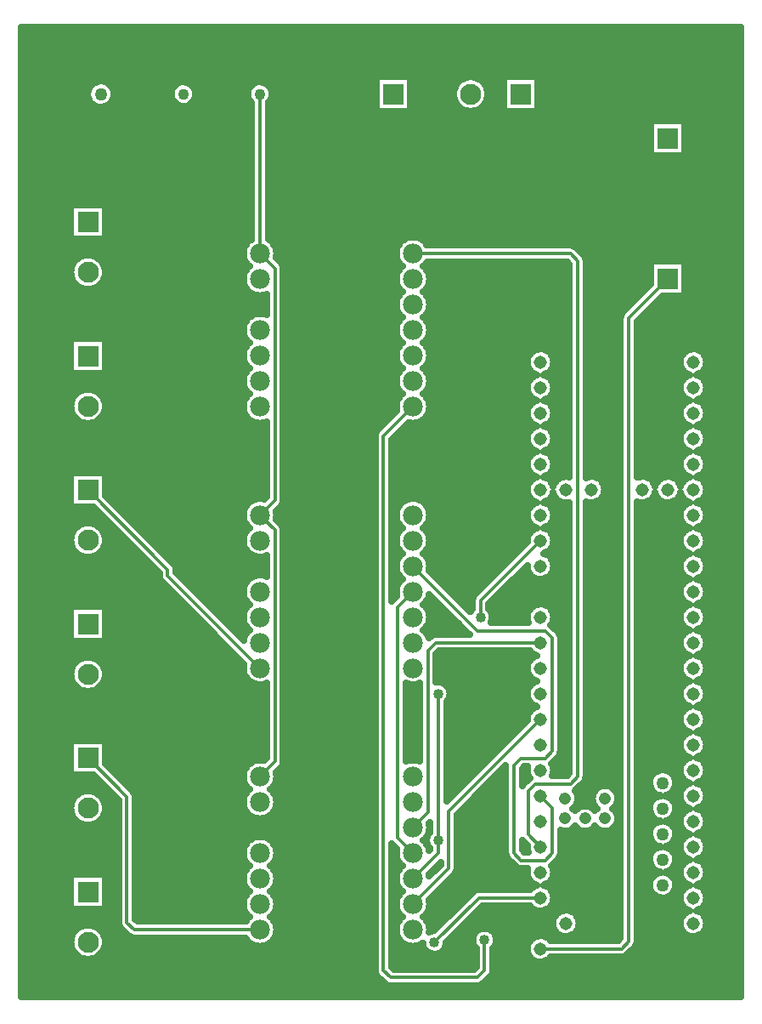
<source format=gbr>
G04 DipTrace 5.2.0.4*
G04 1 - Top.gbr*
%MOIN*%
G04 #@! TF.FileFunction,Copper,L1,Top*
G04 #@! TF.Part,Single*
G04 #@! TA.AperFunction,Conductor*
%ADD13C,0.0125*%
G04 #@! TA.AperFunction,CopperBalancing*
%ADD14C,0.025*%
G04 #@! TA.AperFunction,ComponentPad*
%ADD15R,0.082677X0.082677*%
%ADD16C,0.082677*%
%ADD17C,0.05*%
%ADD18R,0.05X0.05*%
%ADD19C,0.077953*%
%ADD21C,0.043307*%
%ADD22C,0.051496*%
%ADD23C,0.047559*%
%ADD24C,0.049528*%
G04 #@! TA.AperFunction,ViaPad*
%ADD25C,0.04*%
%FSLAX26Y26*%
G04*
G70*
G90*
G75*
G01*
G04 Top*
%LPD*%
X2768700Y2418700D2*
D13*
Y3242125D1*
X2968700Y3442125D1*
X1968700Y593700D2*
X2099674D1*
X2224674Y718700D1*
X2468700D1*
X1368700Y2118700D2*
X1280976Y2206424D1*
Y2555976D1*
X1368700Y2643700D1*
Y1093700D2*
X1280976Y1181424D1*
Y1530976D1*
X1368700Y1618700D1*
X1968700Y1093700D2*
X2027804Y1152804D1*
Y1787497D1*
X2059007Y1818700D1*
X2468700D1*
X2068426Y1618756D2*
Y1043793D1*
Y993426D1*
X1968700Y893700D1*
Y793700D2*
X2109048Y934048D1*
Y1159048D1*
X2468700Y1518700D1*
X693700Y1367125D2*
X846044Y1214781D1*
Y721938D1*
X874281Y693700D1*
X1368700D1*
X1968700Y2118700D2*
X2221784Y1865616D1*
X2487150D1*
X2515273Y1837493D1*
Y1393771D1*
X2487150Y1365648D1*
X2393405D1*
X2365281Y1337524D1*
Y993797D1*
X2393406Y965672D1*
X2487150D1*
X2515273Y993796D1*
Y1172127D1*
X2468700Y1218700D1*
X1968700Y3343700D2*
X2587144D1*
X2615267Y3315577D1*
Y1293777D1*
X2587144Y1265654D1*
X2449653D1*
X2421529Y1237531D1*
Y1065871D1*
X2468700Y1018700D1*
X2249665Y653193D2*
Y534451D1*
X2221541Y506327D1*
X1880939D1*
X1852815Y534451D1*
Y2627815D1*
X1968700Y2743700D1*
X693700Y2417125D2*
X1006791Y2104035D1*
Y2080609D1*
X1368700Y1718700D1*
X2468700Y618700D2*
X2787130D1*
X2815254Y646823D1*
Y3091829D1*
X2968700Y3245275D1*
X2234041Y1918738D2*
Y1984041D1*
X2468700Y2218700D1*
X1368700Y1293700D2*
X1427840Y1352840D1*
Y2259560D1*
X1368700Y2318700D1*
X1427840Y2377840D1*
Y3284560D1*
X1368700Y3343700D1*
Y3968700D1*
X1968700Y993700D2*
X1909061Y1053339D1*
Y1959061D1*
X1968700Y2018700D1*
X2468700Y818700D2*
X2227684D1*
X2052802Y643818D1*
D25*
X2068426Y1043793D3*
Y1618756D3*
X2249665Y653193D3*
X2234041Y1918738D3*
X2052802Y643818D3*
X434709Y4205331D2*
D14*
X3252700D1*
X434709Y4180462D2*
X3252700D1*
X434709Y4155594D2*
X3252700D1*
X434709Y4130725D2*
X3252700D1*
X434709Y4105856D2*
X3252700D1*
X434709Y4080987D2*
X3252700D1*
X434709Y4056119D2*
X3252700D1*
X434709Y4031250D2*
X1822356D1*
X1961904D2*
X2168011D1*
X2222531D2*
X2322349D1*
X2461896D2*
X3252700D1*
X434709Y4006381D2*
X706932D1*
X780471D2*
X1037139D1*
X1100271D2*
X1337130D1*
X1400263D2*
X1822356D1*
X1961904D2*
X2137043D1*
X2253499D2*
X2322349D1*
X2461896D2*
X3252700D1*
X434709Y3981512D2*
X691897D1*
X795489D2*
X1020363D1*
X1117029D2*
X1320372D1*
X1417039D2*
X1822356D1*
X1961904D2*
X2126726D1*
X2263816D2*
X2322349D1*
X2461896D2*
X3252700D1*
X434709Y3956644D2*
X691717D1*
X795686D2*
X1020165D1*
X1117226D2*
X1320157D1*
X1417236D2*
X1822356D1*
X1961904D2*
X2126600D1*
X2263959D2*
X2322349D1*
X2461896D2*
X3252700D1*
X434709Y3931775D2*
X706125D1*
X781278D2*
X1036188D1*
X1101222D2*
X1334008D1*
X1403385D2*
X1822356D1*
X1961904D2*
X2136540D1*
X2254001D2*
X2322349D1*
X2461896D2*
X3252700D1*
X434709Y3906906D2*
X1334008D1*
X1403385D2*
X1822356D1*
X1961904D2*
X2166181D1*
X2224361D2*
X2322349D1*
X2461896D2*
X3252700D1*
X434709Y3882037D2*
X1334008D1*
X1403385D2*
X3252700D1*
X434709Y3857169D2*
X1334008D1*
X1403385D2*
X2898936D1*
X3038466D2*
X3252700D1*
X434709Y3832300D2*
X1334008D1*
X1403385D2*
X2898936D1*
X3038466D2*
X3252700D1*
X434709Y3807431D2*
X1334008D1*
X1403385D2*
X2898936D1*
X3038466D2*
X3252700D1*
X434709Y3782562D2*
X1334008D1*
X1403385D2*
X2898936D1*
X3038466D2*
X3252700D1*
X434709Y3757693D2*
X1334008D1*
X1403385D2*
X2898936D1*
X3038466D2*
X3252700D1*
X434709Y3732825D2*
X1334008D1*
X1403385D2*
X2898936D1*
X3038466D2*
X3252700D1*
X434709Y3707956D2*
X1334008D1*
X1403385D2*
X3252700D1*
X434709Y3683087D2*
X1334008D1*
X1403385D2*
X3252700D1*
X434709Y3658218D2*
X1334008D1*
X1403385D2*
X3252700D1*
X434709Y3633350D2*
X1334008D1*
X1403385D2*
X3252700D1*
X434709Y3608481D2*
X1334008D1*
X1403385D2*
X3252700D1*
X434709Y3583612D2*
X1334008D1*
X1403385D2*
X3252700D1*
X434709Y3558743D2*
X1334008D1*
X1403385D2*
X3252700D1*
X434709Y3533875D2*
X623932D1*
X763480D2*
X1334008D1*
X1403385D2*
X3252700D1*
X434709Y3509006D2*
X623932D1*
X763480D2*
X1334008D1*
X1403385D2*
X3252700D1*
X434709Y3484137D2*
X623932D1*
X763480D2*
X1334008D1*
X1403385D2*
X3252700D1*
X434709Y3459268D2*
X623932D1*
X763480D2*
X1334008D1*
X1403385D2*
X3252700D1*
X434709Y3434399D2*
X623932D1*
X763480D2*
X1334008D1*
X1403385D2*
X3252700D1*
X434709Y3409531D2*
X623932D1*
X763480D2*
X1334008D1*
X1403385D2*
X3252700D1*
X434709Y3384662D2*
X1315851D1*
X1421560D2*
X1915853D1*
X2021562D2*
X3252700D1*
X434709Y3359793D2*
X1303309D1*
X1434084D2*
X1903311D1*
X2619069D2*
X3252700D1*
X434709Y3334924D2*
X672609D1*
X714803D2*
X1301892D1*
X1435519D2*
X1901894D1*
X2643488D2*
X3252700D1*
X434709Y3310056D2*
X636958D1*
X750454D2*
X1310684D1*
X1450357D2*
X1910685D1*
X2026711D2*
X2572766D1*
X2649947D2*
X2898936D1*
X3038466D2*
X3252700D1*
X434709Y3285187D2*
X625601D1*
X761793D2*
X1316282D1*
X1462522D2*
X1916283D1*
X2021113D2*
X2580589D1*
X2649947D2*
X2898936D1*
X3038466D2*
X3252700D1*
X434709Y3260318D2*
X624668D1*
X762726D2*
X1303453D1*
X1462522D2*
X1903455D1*
X2033942D2*
X2580589D1*
X2649947D2*
X2898936D1*
X3038466D2*
X3252700D1*
X434709Y3235449D2*
X633639D1*
X753755D2*
X1301820D1*
X1462522D2*
X1901822D1*
X2035574D2*
X2580589D1*
X2649947D2*
X2898936D1*
X3038466D2*
X3252700D1*
X434709Y3210581D2*
X660175D1*
X727219D2*
X1310379D1*
X1462522D2*
X1910380D1*
X2027016D2*
X2580589D1*
X2649947D2*
X2885999D1*
X3038466D2*
X3252700D1*
X434709Y3185712D2*
X1337041D1*
X1462522D2*
X1916714D1*
X2020682D2*
X2580589D1*
X2649947D2*
X2861114D1*
X3038466D2*
X3252700D1*
X434709Y3160843D2*
X1393163D1*
X1462522D2*
X1903598D1*
X2033798D2*
X2580589D1*
X2649947D2*
X2836246D1*
X2932284D2*
X3252700D1*
X434709Y3135974D2*
X1393163D1*
X1462522D2*
X1901750D1*
X2035646D2*
X2580589D1*
X2649947D2*
X2811378D1*
X2907416D2*
X3252700D1*
X434709Y3111106D2*
X1393163D1*
X1462522D2*
X1910075D1*
X2027339D2*
X2580589D1*
X2649947D2*
X2786977D1*
X2882549D2*
X3252700D1*
X434709Y3086237D2*
X1317179D1*
X1462522D2*
X1917162D1*
X2020234D2*
X2580589D1*
X2649947D2*
X2780572D1*
X2857681D2*
X3252700D1*
X434709Y3061368D2*
X1303740D1*
X1462522D2*
X1903742D1*
X2033654D2*
X2580589D1*
X2649947D2*
X2780572D1*
X2849930D2*
X3252700D1*
X434709Y3036499D2*
X1301695D1*
X1462522D2*
X1901696D1*
X2035718D2*
X2580589D1*
X2649947D2*
X2780572D1*
X2849930D2*
X3252700D1*
X434709Y3011630D2*
X1309769D1*
X1462522D2*
X1909770D1*
X2027626D2*
X2580589D1*
X2649947D2*
X2780572D1*
X2849930D2*
X3252700D1*
X434709Y2986762D2*
X623932D1*
X763480D2*
X1317627D1*
X1462522D2*
X1917629D1*
X2019767D2*
X2580589D1*
X2649947D2*
X2780572D1*
X2849930D2*
X3252700D1*
X434709Y2961893D2*
X623932D1*
X763480D2*
X1303884D1*
X1462522D2*
X1903885D1*
X2033511D2*
X2437824D1*
X2499575D2*
X2580589D1*
X2649947D2*
X2780572D1*
X2849930D2*
X3037825D1*
X3099576D2*
X3252700D1*
X434709Y2937024D2*
X623932D1*
X763480D2*
X1301641D1*
X1462522D2*
X1901642D1*
X2035772D2*
X2417872D1*
X2519526D2*
X2580589D1*
X2649947D2*
X2780572D1*
X2849930D2*
X3017874D1*
X3119528D2*
X3252700D1*
X434709Y2912155D2*
X623932D1*
X763480D2*
X1309464D1*
X1462522D2*
X1909465D1*
X2027931D2*
X2414930D1*
X2522469D2*
X2580589D1*
X2649947D2*
X2780572D1*
X2849930D2*
X3014931D1*
X3122470D2*
X3252700D1*
X434709Y2887287D2*
X623932D1*
X763480D2*
X1318094D1*
X1462522D2*
X1918095D1*
X2019301D2*
X2425157D1*
X2512242D2*
X2580589D1*
X2649947D2*
X2780572D1*
X2849930D2*
X3025158D1*
X3112243D2*
X3252700D1*
X434709Y2862418D2*
X1304045D1*
X1462522D2*
X1904047D1*
X2033349D2*
X2438631D1*
X2498767D2*
X2580589D1*
X2649947D2*
X2780572D1*
X2849930D2*
X3038633D1*
X3098769D2*
X3252700D1*
X434709Y2837549D2*
X1301587D1*
X1462522D2*
X1901589D1*
X2035825D2*
X2418070D1*
X2519329D2*
X2580589D1*
X2649947D2*
X2780572D1*
X2849930D2*
X3018071D1*
X3119313D2*
X3252700D1*
X434709Y2812680D2*
X1309177D1*
X1462522D2*
X1909178D1*
X2028218D2*
X2414876D1*
X2522523D2*
X2580589D1*
X2649947D2*
X2780572D1*
X2849930D2*
X3014878D1*
X3122524D2*
X3252700D1*
X434709Y2787812D2*
X639075D1*
X748319D2*
X1318578D1*
X1462522D2*
X1918580D1*
X2018816D2*
X2424762D1*
X2512637D2*
X2580589D1*
X2649947D2*
X2780572D1*
X2849930D2*
X3024764D1*
X3112638D2*
X3252700D1*
X434709Y2762943D2*
X626283D1*
X761112D2*
X1304207D1*
X1462522D2*
X1904208D1*
X2033188D2*
X2439493D1*
X2497906D2*
X2580589D1*
X2649947D2*
X2780572D1*
X2849930D2*
X3039494D1*
X3097908D2*
X3252700D1*
X434709Y2738074D2*
X624309D1*
X763085D2*
X1301533D1*
X1462522D2*
X1901535D1*
X2035861D2*
X2418285D1*
X2519114D2*
X2580589D1*
X2649947D2*
X2780572D1*
X2849930D2*
X3018287D1*
X3119115D2*
X3252700D1*
X434709Y2713205D2*
X632060D1*
X755334D2*
X1308907D1*
X1462522D2*
X1890195D1*
X2028505D2*
X2414804D1*
X2522594D2*
X2580589D1*
X2649947D2*
X2780572D1*
X2849930D2*
X3014806D1*
X3122596D2*
X3252700D1*
X434709Y2688336D2*
X655367D1*
X732027D2*
X1332322D1*
X1462522D2*
X1865328D1*
X2005091D2*
X2424385D1*
X2513013D2*
X2580589D1*
X2649947D2*
X2780572D1*
X2849930D2*
X3024387D1*
X3113015D2*
X3252700D1*
X434709Y2663468D2*
X1393163D1*
X1462522D2*
X1840460D1*
X1936480D2*
X2440372D1*
X2497027D2*
X2580589D1*
X2649947D2*
X2780572D1*
X2849930D2*
X3040373D1*
X3097029D2*
X3252700D1*
X434709Y2638599D2*
X1393163D1*
X1462522D2*
X1819988D1*
X1911612D2*
X2418500D1*
X2518898D2*
X2580589D1*
X2649947D2*
X2780572D1*
X2849930D2*
X3018502D1*
X3118900D2*
X3252700D1*
X434709Y2613730D2*
X1393163D1*
X1462522D2*
X1818140D1*
X1887498D2*
X2414750D1*
X2522648D2*
X2580589D1*
X2649947D2*
X2780572D1*
X2849930D2*
X3014752D1*
X3122650D2*
X3252700D1*
X434709Y2588861D2*
X1393163D1*
X1462522D2*
X1818140D1*
X1887498D2*
X2424009D1*
X2513390D2*
X2580589D1*
X2649947D2*
X2780572D1*
X2849930D2*
X3024010D1*
X3113392D2*
X3252700D1*
X434709Y2563993D2*
X1393163D1*
X1462522D2*
X1818140D1*
X1887498D2*
X2441305D1*
X2496094D2*
X2580589D1*
X2649947D2*
X2780572D1*
X2849930D2*
X3041306D1*
X3096096D2*
X3252700D1*
X434709Y2539124D2*
X1393163D1*
X1462522D2*
X1818140D1*
X1887498D2*
X2418734D1*
X2518683D2*
X2580589D1*
X2649947D2*
X2780572D1*
X2849930D2*
X3018717D1*
X3118667D2*
X3252700D1*
X434709Y2514255D2*
X1393163D1*
X1462522D2*
X1818140D1*
X1887498D2*
X2414715D1*
X2522684D2*
X2580589D1*
X2649947D2*
X2780572D1*
X2849930D2*
X3014716D1*
X3122686D2*
X3252700D1*
X434709Y2489386D2*
X1393163D1*
X1462522D2*
X1818140D1*
X1887498D2*
X2423632D1*
X2513767D2*
X2580589D1*
X2649947D2*
X2780572D1*
X2849930D2*
X3023633D1*
X3113768D2*
X3252700D1*
X434709Y2464518D2*
X623932D1*
X763480D2*
X1393163D1*
X1462522D2*
X1818140D1*
X1887498D2*
X2442292D1*
X2495107D2*
X2542283D1*
X2695108D2*
X2780572D1*
X2895108D2*
X2942284D1*
X2995117D2*
X3042293D1*
X3095109D2*
X3252700D1*
X434709Y2439649D2*
X623932D1*
X763480D2*
X1393163D1*
X1462522D2*
X1818140D1*
X1887498D2*
X2418949D1*
X2718450D2*
X2780572D1*
X3118451D2*
X3252700D1*
X434709Y2414780D2*
X623932D1*
X763480D2*
X1393163D1*
X1462522D2*
X1818140D1*
X1887498D2*
X2414661D1*
X2722739D2*
X2780572D1*
X3122740D2*
X3252700D1*
X434709Y2389911D2*
X623932D1*
X768934D2*
X1391890D1*
X1462522D2*
X1818140D1*
X1887498D2*
X2423273D1*
X2514126D2*
X2523282D1*
X2714126D2*
X2780572D1*
X2914127D2*
X2923283D1*
X3014118D2*
X3023274D1*
X3114127D2*
X3252700D1*
X434709Y2365043D2*
X623932D1*
X793802D2*
X1320749D1*
X1459866D2*
X1818140D1*
X1887498D2*
X1920751D1*
X2016645D2*
X2443332D1*
X2494084D2*
X2580589D1*
X2649947D2*
X2780572D1*
X2849930D2*
X3043316D1*
X3094068D2*
X3252700D1*
X434709Y2340174D2*
X722632D1*
X818670D2*
X1304942D1*
X1438192D2*
X1818140D1*
X1887498D2*
X1904944D1*
X2032452D2*
X2419182D1*
X2518217D2*
X2580589D1*
X2649947D2*
X2780572D1*
X2849930D2*
X3019184D1*
X3118200D2*
X3252700D1*
X434709Y2315305D2*
X747499D1*
X843538D2*
X1301372D1*
X1436021D2*
X1818140D1*
X1887498D2*
X1901373D1*
X2036023D2*
X2414625D1*
X2522774D2*
X2580589D1*
X2649947D2*
X2780572D1*
X2849930D2*
X3014626D1*
X3122775D2*
X3252700D1*
X434709Y2290436D2*
X772367D1*
X868405D2*
X1307759D1*
X1444974D2*
X1818140D1*
X1887498D2*
X1907761D1*
X2029635D2*
X2422932D1*
X2514467D2*
X2580589D1*
X2649947D2*
X2780572D1*
X2849930D2*
X3022934D1*
X3114468D2*
X3252700D1*
X434709Y2265567D2*
X641462D1*
X745933D2*
X797235D1*
X893273D2*
X1321287D1*
X1461966D2*
X1818140D1*
X1887498D2*
X1921289D1*
X2016107D2*
X2444427D1*
X2492972D2*
X2580589D1*
X2649947D2*
X2780572D1*
X2849930D2*
X3044410D1*
X3092974D2*
X3252700D1*
X434709Y2240699D2*
X627108D1*
X760304D2*
X822120D1*
X918141D2*
X1305140D1*
X1462522D2*
X1818140D1*
X1887498D2*
X1905123D1*
X2032273D2*
X2419433D1*
X2517965D2*
X2580589D1*
X2649947D2*
X2780572D1*
X2849930D2*
X3019435D1*
X3117967D2*
X3252700D1*
X434709Y2215830D2*
X624076D1*
X763318D2*
X846988D1*
X943008D2*
X1301354D1*
X1462522D2*
X1818140D1*
X1887498D2*
X1901355D1*
X2036041D2*
X2414607D1*
X2522810D2*
X2580589D1*
X2649947D2*
X2780572D1*
X2849930D2*
X3014590D1*
X3122793D2*
X3252700D1*
X434709Y2190961D2*
X630642D1*
X756752D2*
X871856D1*
X967876D2*
X1307508D1*
X1462522D2*
X1818140D1*
X1887498D2*
X1907509D1*
X2029887D2*
X2392951D1*
X2514808D2*
X2580589D1*
X2649947D2*
X2780572D1*
X2849930D2*
X3022593D1*
X3114809D2*
X3252700D1*
X434709Y2166092D2*
X651330D1*
X736064D2*
X896724D1*
X992744D2*
X1328177D1*
X1462522D2*
X1818140D1*
X1887498D2*
X1921845D1*
X2015551D2*
X2368083D1*
X2491806D2*
X2580589D1*
X2649947D2*
X2780572D1*
X2849930D2*
X3045594D1*
X3091807D2*
X3252700D1*
X434709Y2141224D2*
X921591D1*
X1017612D2*
X1393163D1*
X1462522D2*
X1818140D1*
X1887498D2*
X1905321D1*
X2032076D2*
X2343215D1*
X2517714D2*
X2580589D1*
X2649947D2*
X2780572D1*
X2849930D2*
X3019686D1*
X3117716D2*
X3252700D1*
X434709Y2116355D2*
X946459D1*
X1039017D2*
X1393163D1*
X1462522D2*
X1818140D1*
X1887498D2*
X1901337D1*
X2036059D2*
X2318348D1*
X2522828D2*
X2580589D1*
X2649947D2*
X2780572D1*
X2849930D2*
X3014573D1*
X3122829D2*
X3252700D1*
X434709Y2091486D2*
X971327D1*
X1043933D2*
X1393163D1*
X1462522D2*
X1818140D1*
X1887498D2*
X1907276D1*
X2043935D2*
X2293480D1*
X2389500D2*
X2422268D1*
X2515131D2*
X2580589D1*
X2649947D2*
X2780572D1*
X2849930D2*
X3022270D1*
X3115132D2*
X3252700D1*
X434709Y2066617D2*
X975310D1*
X1068800D2*
X1322418D1*
X1462522D2*
X1818140D1*
X1887498D2*
X1922419D1*
X2068803D2*
X2268594D1*
X2364632D2*
X2580589D1*
X2649947D2*
X2780572D1*
X2849930D2*
X3046832D1*
X3090569D2*
X3252700D1*
X434709Y2041749D2*
X997630D1*
X1093668D2*
X1305516D1*
X1462522D2*
X1818140D1*
X1887498D2*
X1905518D1*
X2093671D2*
X2243726D1*
X2339765D2*
X2580589D1*
X2649947D2*
X2780572D1*
X2849930D2*
X3019937D1*
X3117465D2*
X3252700D1*
X434709Y2016880D2*
X1022498D1*
X1118536D2*
X1301318D1*
X1462522D2*
X1818140D1*
X1887498D2*
X1901319D1*
X2118539D2*
X2218859D1*
X2314897D2*
X2580589D1*
X2649947D2*
X2780572D1*
X2849930D2*
X3014555D1*
X3122847D2*
X3252700D1*
X434709Y1992011D2*
X1047383D1*
X1143404D2*
X1307024D1*
X1462522D2*
X1818140D1*
X2030371D2*
X2047368D1*
X2143406D2*
X2200360D1*
X2290029D2*
X2580589D1*
X2649947D2*
X2780572D1*
X2849930D2*
X3021947D1*
X3115455D2*
X3252700D1*
X434709Y1967142D2*
X1072251D1*
X1168271D2*
X1322992D1*
X1462522D2*
X1818140D1*
X2014403D2*
X2072236D1*
X2168274D2*
X2199356D1*
X2268732D2*
X2448194D1*
X2489204D2*
X2580589D1*
X2649947D2*
X2780572D1*
X2849930D2*
X3048196D1*
X3089206D2*
X3252700D1*
X434709Y1942273D2*
X623932D1*
X763480D2*
X1097119D1*
X1193139D2*
X1305714D1*
X1462522D2*
X1818140D1*
X2031681D2*
X2097104D1*
X2275980D2*
X2420205D1*
X2517194D2*
X2580589D1*
X2649947D2*
X2780572D1*
X2849930D2*
X3020206D1*
X3117195D2*
X3252700D1*
X434709Y1917405D2*
X623932D1*
X763480D2*
X1121987D1*
X1218007D2*
X1301300D1*
X1462522D2*
X1818140D1*
X2036095D2*
X2121989D1*
X2282457D2*
X2414535D1*
X2522864D2*
X2580589D1*
X2649947D2*
X2780572D1*
X2849930D2*
X3014537D1*
X3122865D2*
X3252700D1*
X434709Y1892536D2*
X623932D1*
X763480D2*
X1146854D1*
X1242875D2*
X1306790D1*
X1462522D2*
X1818140D1*
X2030604D2*
X2146857D1*
X2515776D2*
X2580589D1*
X2649947D2*
X2780572D1*
X2849930D2*
X3021624D1*
X3115778D2*
X3252700D1*
X434709Y1867667D2*
X623932D1*
X763480D2*
X1171722D1*
X1267742D2*
X1323584D1*
X1462522D2*
X1818140D1*
X2013811D2*
X2171725D1*
X2533109D2*
X2580589D1*
X2649947D2*
X2780572D1*
X2849930D2*
X3049667D1*
X3087735D2*
X3252700D1*
X434709Y1842798D2*
X623932D1*
X763480D2*
X1196590D1*
X1292610D2*
X1305929D1*
X1462522D2*
X1818140D1*
X2549508D2*
X2580589D1*
X2649947D2*
X2780572D1*
X2849930D2*
X3020475D1*
X3116926D2*
X3252700D1*
X434709Y1817930D2*
X1221458D1*
X1462522D2*
X1818140D1*
X2549956D2*
X2580589D1*
X2649947D2*
X2780572D1*
X2849930D2*
X3014519D1*
X3122883D2*
X3252700D1*
X434709Y1793061D2*
X1246325D1*
X1462522D2*
X1818140D1*
X2549956D2*
X2580589D1*
X2649947D2*
X2780572D1*
X2849930D2*
X3021319D1*
X3116065D2*
X3252700D1*
X434709Y1768192D2*
X1271193D1*
X1462522D2*
X1818140D1*
X2062487D2*
X2451316D1*
X2549956D2*
X2580589D1*
X2649947D2*
X2780572D1*
X2849930D2*
X3051318D1*
X3086084D2*
X3252700D1*
X434709Y1743323D2*
X644117D1*
X743277D2*
X1296061D1*
X1462522D2*
X1818140D1*
X2062487D2*
X2420761D1*
X2549956D2*
X2580589D1*
X2649947D2*
X2780572D1*
X2849930D2*
X3020763D1*
X3116639D2*
X3252700D1*
X434709Y1718455D2*
X628041D1*
X759353D2*
X1301282D1*
X1462522D2*
X1818140D1*
X2062487D2*
X2414517D1*
X2549956D2*
X2580589D1*
X2649947D2*
X2780572D1*
X2849930D2*
X3014519D1*
X3122883D2*
X3252700D1*
X434709Y1693586D2*
X623950D1*
X763444D2*
X1306342D1*
X1462522D2*
X1818140D1*
X2062487D2*
X2421030D1*
X2549956D2*
X2580589D1*
X2649947D2*
X2780572D1*
X2849930D2*
X3021032D1*
X3116370D2*
X3252700D1*
X434709Y1668717D2*
X629387D1*
X758008D2*
X1324786D1*
X1462522D2*
X1818140D1*
X2062487D2*
X2453057D1*
X2549956D2*
X2580589D1*
X2649947D2*
X2780572D1*
X2849930D2*
X3053058D1*
X3084343D2*
X3252700D1*
X434709Y1643848D2*
X647831D1*
X739563D2*
X1393163D1*
X1462522D2*
X1818140D1*
X1943747D2*
X1993129D1*
X2109406D2*
X2421048D1*
X2549956D2*
X2580589D1*
X2649947D2*
X2780572D1*
X2849930D2*
X3021050D1*
X3116352D2*
X3252700D1*
X434709Y1618980D2*
X1393163D1*
X1462522D2*
X1818140D1*
X1943747D2*
X1993129D1*
X2116852D2*
X2414517D1*
X2549956D2*
X2580589D1*
X2649947D2*
X2780572D1*
X2849930D2*
X3014519D1*
X3122883D2*
X3252700D1*
X434709Y1594111D2*
X1393163D1*
X1462522D2*
X1818140D1*
X1943747D2*
X1993129D1*
X2109693D2*
X2420743D1*
X2549956D2*
X2580589D1*
X2649947D2*
X2780572D1*
X2849930D2*
X3020745D1*
X3116657D2*
X3252700D1*
X434709Y1569242D2*
X1393163D1*
X1462522D2*
X1818140D1*
X1943747D2*
X1993129D1*
X2103108D2*
X2451209D1*
X2549956D2*
X2580589D1*
X2649947D2*
X2780572D1*
X2849930D2*
X3051210D1*
X3086192D2*
X3252700D1*
X434709Y1544373D2*
X1393163D1*
X1462522D2*
X1818140D1*
X1943747D2*
X1993129D1*
X2103108D2*
X2421353D1*
X2549956D2*
X2580589D1*
X2649947D2*
X2780572D1*
X2849930D2*
X3021355D1*
X3116047D2*
X3252700D1*
X434709Y1519504D2*
X1393163D1*
X1462522D2*
X1818140D1*
X1943747D2*
X1993129D1*
X2103108D2*
X2414517D1*
X2549956D2*
X2580589D1*
X2649947D2*
X2780572D1*
X2849930D2*
X3014519D1*
X3122883D2*
X3252700D1*
X434709Y1494636D2*
X1393163D1*
X1462522D2*
X1818140D1*
X1943747D2*
X1993129D1*
X2103108D2*
X2396629D1*
X2549956D2*
X2580589D1*
X2649947D2*
X2780572D1*
X2849930D2*
X3020458D1*
X3116944D2*
X3252700D1*
X434709Y1469767D2*
X1393163D1*
X1462522D2*
X1818140D1*
X1943747D2*
X1993129D1*
X2103108D2*
X2371761D1*
X2549956D2*
X2580589D1*
X2649947D2*
X2780572D1*
X2849930D2*
X3049578D1*
X3087824D2*
X3252700D1*
X434709Y1444898D2*
X1393163D1*
X1462522D2*
X1818140D1*
X1943747D2*
X1993129D1*
X2103108D2*
X2346875D1*
X2549956D2*
X2580589D1*
X2649947D2*
X2780572D1*
X2849930D2*
X3021660D1*
X3115742D2*
X3252700D1*
X434709Y1420029D2*
X623932D1*
X763480D2*
X1393163D1*
X1462522D2*
X1818140D1*
X1943747D2*
X1993129D1*
X2103108D2*
X2322008D1*
X2549956D2*
X2580589D1*
X2649947D2*
X2780572D1*
X2849930D2*
X3014537D1*
X3122865D2*
X3252700D1*
X434709Y1395161D2*
X623932D1*
X763480D2*
X1393163D1*
X1462522D2*
X1818140D1*
X1943747D2*
X1993129D1*
X2103108D2*
X2297140D1*
X2549956D2*
X2580589D1*
X2649947D2*
X2780572D1*
X2849930D2*
X3020188D1*
X3117213D2*
X3252700D1*
X434709Y1370292D2*
X623932D1*
X763480D2*
X1393163D1*
X1462522D2*
X1818140D1*
X1943747D2*
X1993129D1*
X2103108D2*
X2272272D1*
X2539801D2*
X2580589D1*
X2649947D2*
X2780572D1*
X2849930D2*
X3048106D1*
X3089295D2*
X3252700D1*
X434709Y1345423D2*
X623932D1*
X763480D2*
X1326975D1*
X1461661D2*
X1818140D1*
X2103108D2*
X2247404D1*
X2515436D2*
X2580589D1*
X2649947D2*
X2780572D1*
X2849930D2*
X3021965D1*
X3115437D2*
X3252700D1*
X434709Y1320554D2*
X623932D1*
X788294D2*
X1307113D1*
X1443575D2*
X1818140D1*
X2103108D2*
X2222537D1*
X2318575D2*
X2330602D1*
X2399960D2*
X2414553D1*
X2522846D2*
X2580589D1*
X2649947D2*
X2780572D1*
X2849930D2*
X3014555D1*
X3122847D2*
X3252700D1*
X434709Y1295686D2*
X717123D1*
X813162D2*
X1301318D1*
X1436075D2*
X1818140D1*
X2103108D2*
X2197669D1*
X2293707D2*
X2330602D1*
X2399960D2*
X2419918D1*
X2649947D2*
X2780572D1*
X2849930D2*
X2903206D1*
X2994041D2*
X3019919D1*
X3117483D2*
X3252700D1*
X434709Y1270817D2*
X741991D1*
X838029D2*
X1305463D1*
X1431948D2*
X1818140D1*
X2103108D2*
X2172801D1*
X2268839D2*
X2330602D1*
X2640313D2*
X2780572D1*
X2849930D2*
X2895473D1*
X3001774D2*
X3046761D1*
X3090641D2*
X3252700D1*
X434709Y1245948D2*
X766859D1*
X862897D2*
X1322238D1*
X1415173D2*
X1818140D1*
X2103108D2*
X2147934D1*
X2243954D2*
X2330602D1*
X2615445D2*
X2687937D1*
X2757331D2*
X2780572D1*
X2849930D2*
X2900820D1*
X2996427D2*
X3022288D1*
X3115114D2*
X3252700D1*
X434709Y1221079D2*
X647113D1*
X740299D2*
X791727D1*
X880103D2*
X1307346D1*
X1430047D2*
X1818140D1*
X2103108D2*
X2123066D1*
X2219086D2*
X2330602D1*
X2615642D2*
X2672148D1*
X2849930D2*
X2928738D1*
X2968509D2*
X3014573D1*
X3122829D2*
X3252700D1*
X434709Y1196210D2*
X629135D1*
X758277D2*
X811355D1*
X880731D2*
X1301336D1*
X1436057D2*
X1818140D1*
X2194218D2*
X2330602D1*
X2615929D2*
X2671861D1*
X2849930D2*
X2903529D1*
X2993700D2*
X3019668D1*
X3117734D2*
X3252700D1*
X434709Y1171342D2*
X623932D1*
X763462D2*
X811355D1*
X880731D2*
X1305265D1*
X1432146D2*
X1818140D1*
X2169351D2*
X2330602D1*
X2601163D2*
X2614823D1*
X2672967D2*
X2686627D1*
X2758641D2*
X2780572D1*
X2849930D2*
X2895491D1*
X3001756D2*
X3045505D1*
X3091897D2*
X3252700D1*
X434709Y1146473D2*
X628274D1*
X759120D2*
X811355D1*
X880731D2*
X1321664D1*
X1415729D2*
X1818140D1*
X2144483D2*
X2330602D1*
X2771792D2*
X2780572D1*
X2849930D2*
X2900551D1*
X2996678D2*
X3022611D1*
X3114791D2*
X3252700D1*
X434709Y1121604D2*
X644763D1*
X742631D2*
X811355D1*
X880731D2*
X1818140D1*
X2143729D2*
X2330602D1*
X2849930D2*
X2927356D1*
X2969891D2*
X3014608D1*
X3122793D2*
X3252700D1*
X434709Y1096735D2*
X811355D1*
X880731D2*
X1818140D1*
X2143729D2*
X2330602D1*
X2762678D2*
X2780572D1*
X2849930D2*
X2903888D1*
X2993359D2*
X3019417D1*
X3117985D2*
X3252700D1*
X434709Y1071867D2*
X811355D1*
X880731D2*
X1818140D1*
X2143729D2*
X2330602D1*
X2549956D2*
X2780572D1*
X2849930D2*
X2895527D1*
X3001720D2*
X3044338D1*
X3093045D2*
X3252700D1*
X434709Y1046998D2*
X811355D1*
X880731D2*
X1329146D1*
X1408247D2*
X1818140D1*
X2143729D2*
X2330602D1*
X2549956D2*
X2780572D1*
X2849930D2*
X2900299D1*
X2996930D2*
X3022951D1*
X3114450D2*
X3252700D1*
X434709Y1022129D2*
X811355D1*
X880731D2*
X1307849D1*
X1429544D2*
X1818140D1*
X2143729D2*
X2330602D1*
X2399960D2*
X2414625D1*
X2549956D2*
X2780572D1*
X2849930D2*
X2926082D1*
X2971147D2*
X3014626D1*
X3122775D2*
X3252700D1*
X434709Y997260D2*
X811355D1*
X880731D2*
X1301390D1*
X1436003D2*
X1818140D1*
X1887498D2*
X1901391D1*
X2143729D2*
X2330602D1*
X2549956D2*
X2780572D1*
X2849930D2*
X2904229D1*
X2993000D2*
X3019184D1*
X3118218D2*
X3252700D1*
X434709Y972392D2*
X811355D1*
X880731D2*
X1304888D1*
X1432505D2*
X1818140D1*
X1887498D2*
X1904890D1*
X2143729D2*
X2338748D1*
X2541810D2*
X2780572D1*
X2849930D2*
X2895563D1*
X3001684D2*
X3043262D1*
X3094140D2*
X3252700D1*
X434709Y947523D2*
X811355D1*
X880731D2*
X1320588D1*
X1416823D2*
X1818140D1*
X1887498D2*
X1920589D1*
X2143729D2*
X2363544D1*
X2517014D2*
X2780572D1*
X2849930D2*
X2900066D1*
X2997181D2*
X3023310D1*
X3114091D2*
X3252700D1*
X434709Y922654D2*
X811355D1*
X880731D2*
X1308100D1*
X1429293D2*
X1818140D1*
X1887498D2*
X1908102D1*
X2141648D2*
X2414679D1*
X2522738D2*
X2780572D1*
X2849930D2*
X2924916D1*
X2972331D2*
X3014662D1*
X3122722D2*
X3252700D1*
X434709Y897785D2*
X623932D1*
X763480D2*
X811355D1*
X880731D2*
X1301426D1*
X1435985D2*
X1818140D1*
X1887498D2*
X1901427D1*
X2120799D2*
X2418931D1*
X2518468D2*
X2780572D1*
X2849930D2*
X2904605D1*
X2992641D2*
X3018932D1*
X3118451D2*
X3252700D1*
X434709Y872917D2*
X623932D1*
X763480D2*
X811355D1*
X880731D2*
X1304709D1*
X1432684D2*
X1818140D1*
X1887498D2*
X1904711D1*
X2095931D2*
X2442220D1*
X2495179D2*
X2780572D1*
X2849930D2*
X2895598D1*
X3001648D2*
X3042221D1*
X3095180D2*
X3252700D1*
X434709Y848048D2*
X623932D1*
X763480D2*
X811355D1*
X880731D2*
X1320049D1*
X1417344D2*
X1818140D1*
X1887498D2*
X1920051D1*
X2071064D2*
X2211969D1*
X2513749D2*
X2780572D1*
X2849930D2*
X2899815D1*
X2997414D2*
X3023651D1*
X3113733D2*
X3252700D1*
X434709Y823179D2*
X623932D1*
X763480D2*
X811355D1*
X880731D2*
X1308369D1*
X1429024D2*
X1818140D1*
X1887498D2*
X1908371D1*
X2046196D2*
X2184141D1*
X2522684D2*
X2780572D1*
X2849930D2*
X2923803D1*
X2973443D2*
X3014716D1*
X3122686D2*
X3252700D1*
X434709Y798310D2*
X623932D1*
X763480D2*
X811355D1*
X880731D2*
X1301461D1*
X1435950D2*
X1818140D1*
X1887498D2*
X1901463D1*
X2035951D2*
X2159273D1*
X2518683D2*
X2780572D1*
X2849930D2*
X3018717D1*
X3118685D2*
X3252700D1*
X434709Y773441D2*
X811355D1*
X880731D2*
X1304530D1*
X1432863D2*
X1818140D1*
X1887498D2*
X1904531D1*
X2032865D2*
X2134405D1*
X2230443D2*
X2441251D1*
X2496148D2*
X2780572D1*
X2849930D2*
X3041252D1*
X3096149D2*
X3252700D1*
X434709Y748573D2*
X811355D1*
X880731D2*
X1319547D1*
X1417864D2*
X1818140D1*
X1887498D2*
X1919549D1*
X2017848D2*
X2109537D1*
X2205576D2*
X2524036D1*
X2613381D2*
X2780572D1*
X2849930D2*
X3024028D1*
X3113374D2*
X3252700D1*
X434709Y723704D2*
X811355D1*
X1428755D2*
X1818140D1*
X1887498D2*
X1908640D1*
X2028756D2*
X2084670D1*
X2180708D2*
X2514760D1*
X2622640D2*
X2780572D1*
X2849930D2*
X3014770D1*
X3122632D2*
X3252700D1*
X434709Y698835D2*
X650504D1*
X736908D2*
X821134D1*
X1435914D2*
X1818140D1*
X1887498D2*
X1901499D1*
X2035915D2*
X2059802D1*
X2155840D2*
X2242004D1*
X2257339D2*
X2518492D1*
X2618908D2*
X2780572D1*
X2849930D2*
X3018484D1*
X3118918D2*
X3252700D1*
X434709Y673966D2*
X630355D1*
X757039D2*
X846001D1*
X1433043D2*
X1818140D1*
X1887498D2*
X1904370D1*
X2130972D2*
X2206192D1*
X2293133D2*
X2540327D1*
X2597090D2*
X2780572D1*
X2849930D2*
X3040319D1*
X3097082D2*
X3252700D1*
X434709Y649098D2*
X624040D1*
X763354D2*
X1319045D1*
X1418366D2*
X1818140D1*
X1887498D2*
X1919046D1*
X2106105D2*
X2201419D1*
X2297924D2*
X2424403D1*
X2849930D2*
X3252700D1*
X434709Y624229D2*
X627305D1*
X760089D2*
X1818140D1*
X1887498D2*
X2008757D1*
X2096847D2*
X2211520D1*
X2287822D2*
X2414822D1*
X2840672D2*
X3252700D1*
X434709Y599360D2*
X642036D1*
X745358D2*
X1818140D1*
X1887498D2*
X2038756D1*
X2066847D2*
X2214983D1*
X2284341D2*
X2418267D1*
X2815804D2*
X3252700D1*
X434709Y574491D2*
X1818140D1*
X1887498D2*
X2214983D1*
X2284341D2*
X2439439D1*
X2497960D2*
X3252700D1*
X434709Y549623D2*
X1818140D1*
X1887498D2*
X2214983D1*
X2284341D2*
X3252700D1*
X434709Y524754D2*
X1819629D1*
X2282852D2*
X3252700D1*
X434709Y499885D2*
X1839365D1*
X2263116D2*
X3252700D1*
X434709Y475016D2*
X1870997D1*
X2231484D2*
X3252700D1*
X434709Y450148D2*
X3252700D1*
X1834040Y4035972D2*
X1959397D1*
Y3901428D1*
X1824853D1*
Y4035972D1*
X1834040D1*
X2910614Y3862547D2*
X3035972D1*
Y3728003D1*
X2901428D1*
Y3862547D1*
X2910614D1*
X793807Y3959563D2*
X791370Y3950763D1*
X787402Y3942540D1*
X782028Y3935157D1*
X775423Y3928852D1*
X767798Y3923828D1*
X759399Y3920246D1*
X750495Y3918222D1*
X741372Y3917820D1*
X732325Y3919053D1*
X723643Y3921882D1*
X715605Y3926216D1*
X708471Y3931915D1*
X702469Y3938797D1*
X697792Y3946639D1*
X694591Y3955191D1*
X692968Y3964177D1*
X692976Y3973308D1*
X694614Y3982291D1*
X697829Y3990838D1*
X702519Y3998672D1*
X708533Y4005544D1*
X715677Y4011231D1*
X723721Y4015551D1*
X732408Y4018366D1*
X741458Y4019584D1*
X750579Y4019167D1*
X759480Y4017127D1*
X767873Y4013531D1*
X775490Y4008495D1*
X782085Y4002179D1*
X787446Y3994787D1*
X791401Y3986557D1*
X793822Y3977752D1*
X794633Y3968700D1*
X793807Y3959563D1*
X635614Y909397D2*
X760972D1*
Y774853D1*
X626428D1*
Y909397D1*
X635614D1*
X760346Y636117D2*
X758478Y627127D1*
X755404Y618476D1*
X751180Y610323D1*
X745885Y602822D1*
X739618Y596112D1*
X732496Y590317D1*
X724652Y585546D1*
X716230Y581888D1*
X707389Y579410D1*
X698293Y578160D1*
X689112D1*
X680015Y579409D1*
X671174Y581886D1*
X662753Y585544D1*
X654908Y590314D1*
X647785Y596108D1*
X641518Y602818D1*
X636223Y610319D1*
X631998Y618471D1*
X628923Y627123D1*
X627055Y636112D1*
X626428Y645272D1*
X627054Y654433D1*
X628922Y663422D1*
X631996Y672074D1*
X636220Y680226D1*
X641515Y687727D1*
X647782Y694438D1*
X654904Y700233D1*
X662748Y705003D1*
X671170Y708662D1*
X680011Y711139D1*
X689107Y712390D1*
X698288D1*
X707385Y711140D1*
X716226Y708663D1*
X724647Y705006D1*
X732492Y700235D1*
X739615Y694441D1*
X745882Y687731D1*
X751177Y680230D1*
X755402Y672078D1*
X758477Y663427D1*
X760345Y654437D1*
X760972Y645275D1*
X760346Y636117D1*
Y1161117D2*
X758478Y1152127D1*
X755404Y1143476D1*
X751180Y1135323D1*
X745885Y1127822D1*
X739618Y1121112D1*
X732496Y1115317D1*
X724652Y1110546D1*
X716230Y1106888D1*
X707389Y1104410D1*
X698293Y1103160D1*
X689112D1*
X680015Y1104409D1*
X671174Y1106886D1*
X662753Y1110544D1*
X654908Y1115314D1*
X647785Y1121108D1*
X641518Y1127818D1*
X636223Y1135319D1*
X631998Y1143471D1*
X628923Y1152123D1*
X627055Y1161112D1*
X626428Y1170272D1*
X627054Y1179433D1*
X628922Y1188422D1*
X631996Y1197074D1*
X636220Y1205226D1*
X641515Y1212727D1*
X647782Y1219438D1*
X654904Y1225233D1*
X662748Y1230003D1*
X671170Y1233662D1*
X680011Y1236139D1*
X689107Y1237390D1*
X698288D1*
X707385Y1236140D1*
X716226Y1233663D1*
X724647Y1230006D1*
X732492Y1225235D1*
X739615Y1219441D1*
X745882Y1212731D1*
X751177Y1205230D1*
X755402Y1197078D1*
X758477Y1188427D1*
X760345Y1179437D1*
X760972Y1170275D1*
X760346Y1161117D1*
X635615Y1959397D2*
X760972D1*
Y1824853D1*
X626428D1*
Y1959397D1*
X635615D1*
X760346Y1686117D2*
X758478Y1677127D1*
X755404Y1668476D1*
X751180Y1660323D1*
X745885Y1652822D1*
X739618Y1646112D1*
X732496Y1640317D1*
X724652Y1635546D1*
X716230Y1631888D1*
X707389Y1629410D1*
X698293Y1628160D1*
X689112D1*
X680015Y1629409D1*
X671174Y1631886D1*
X662753Y1635544D1*
X654908Y1640314D1*
X647785Y1646108D1*
X641518Y1652818D1*
X636223Y1660319D1*
X631998Y1668471D1*
X628923Y1677123D1*
X627055Y1686112D1*
X626428Y1695272D1*
X627054Y1704433D1*
X628922Y1713422D1*
X631996Y1722074D1*
X636220Y1730226D1*
X641515Y1737727D1*
X647782Y1744438D1*
X654904Y1750233D1*
X662748Y1755003D1*
X671170Y1758662D1*
X680011Y1761139D1*
X689107Y1762390D1*
X698288D1*
X707385Y1761140D1*
X716226Y1758663D1*
X724647Y1755006D1*
X732492Y1750235D1*
X739615Y1744441D1*
X745882Y1737731D1*
X751177Y1730230D1*
X755402Y1722078D1*
X758477Y1713427D1*
X760345Y1704437D1*
X760972Y1695275D1*
X760346Y1686117D1*
Y2211117D2*
X758478Y2202127D1*
X755404Y2193476D1*
X751180Y2185323D1*
X745885Y2177822D1*
X739618Y2171112D1*
X732496Y2165317D1*
X724652Y2160546D1*
X716230Y2156888D1*
X707389Y2154410D1*
X698293Y2153160D1*
X689112D1*
X680015Y2154409D1*
X671174Y2156886D1*
X662753Y2160544D1*
X654908Y2165314D1*
X647785Y2171108D1*
X641518Y2177818D1*
X636223Y2185319D1*
X631998Y2193471D1*
X628923Y2202123D1*
X627055Y2211112D1*
X626428Y2220272D1*
X627054Y2229433D1*
X628922Y2238422D1*
X631996Y2247074D1*
X636220Y2255226D1*
X641515Y2262727D1*
X647782Y2269438D1*
X654904Y2275233D1*
X662748Y2280003D1*
X671170Y2283662D1*
X680011Y2286139D1*
X689107Y2287390D1*
X698288D1*
X707385Y2286140D1*
X716226Y2283663D1*
X724647Y2280006D1*
X732492Y2275235D1*
X739615Y2269441D1*
X745882Y2262731D1*
X751177Y2255230D1*
X755402Y2247078D1*
X758477Y2238427D1*
X760345Y2229437D1*
X760972Y2220275D1*
X760346Y2211117D1*
X635615Y3009397D2*
X760972D1*
Y2874853D1*
X626428D1*
Y3009397D1*
X635615D1*
X760346Y2736117D2*
X758478Y2727127D1*
X755404Y2718476D1*
X751180Y2710323D1*
X745885Y2702822D1*
X739618Y2696112D1*
X732496Y2690317D1*
X724652Y2685546D1*
X716230Y2681888D1*
X707389Y2679410D1*
X698293Y2678160D1*
X689112D1*
X680015Y2679409D1*
X671174Y2681886D1*
X662753Y2685544D1*
X654908Y2690314D1*
X647785Y2696108D1*
X641518Y2702818D1*
X636223Y2710319D1*
X631998Y2718471D1*
X628923Y2727123D1*
X627055Y2736112D1*
X626428Y2745272D1*
X627054Y2754433D1*
X628922Y2763422D1*
X631996Y2772074D1*
X636220Y2780226D1*
X641515Y2787727D1*
X647782Y2794438D1*
X654904Y2800233D1*
X662748Y2805003D1*
X671170Y2808662D1*
X680011Y2811139D1*
X689107Y2812390D1*
X698288D1*
X707385Y2811140D1*
X716226Y2808663D1*
X724647Y2805006D1*
X732492Y2800235D1*
X739615Y2794441D1*
X745882Y2787731D1*
X751177Y2780230D1*
X755402Y2772078D1*
X758477Y2763427D1*
X760345Y2754437D1*
X760972Y2745275D1*
X760346Y2736117D1*
X635615Y3534397D2*
X760972D1*
Y3399853D1*
X626428D1*
Y3534397D1*
X635615D1*
X760346Y3261117D2*
X758478Y3252127D1*
X755404Y3243476D1*
X751180Y3235323D1*
X745885Y3227822D1*
X739618Y3221112D1*
X732496Y3215317D1*
X724652Y3210546D1*
X716230Y3206888D1*
X707389Y3204410D1*
X698293Y3203160D1*
X689112D1*
X680015Y3204409D1*
X671174Y3206886D1*
X662753Y3210544D1*
X654908Y3215314D1*
X647785Y3221108D1*
X641518Y3227818D1*
X636223Y3235319D1*
X631998Y3243471D1*
X628923Y3252123D1*
X627055Y3261112D1*
X626428Y3270272D1*
X627054Y3279433D1*
X628922Y3288422D1*
X631996Y3297074D1*
X636220Y3305226D1*
X641515Y3312727D1*
X647782Y3319438D1*
X654904Y3325233D1*
X662748Y3330003D1*
X671170Y3333662D1*
X680011Y3336139D1*
X689107Y3337390D1*
X698288D1*
X707385Y3336140D1*
X716226Y3333663D1*
X724647Y3330006D1*
X732492Y3325235D1*
X739615Y3319441D1*
X745882Y3312731D1*
X751177Y3305230D1*
X755402Y3297078D1*
X758477Y3288427D1*
X760345Y3279437D1*
X760972Y3270275D1*
X760346Y3261117D1*
X2031248Y910737D2*
X2032859Y903377D1*
X2076864Y947378D1*
Y956350D1*
X2031316Y910802D1*
X1941240Y1352479D2*
X1941660Y1352710D1*
X1950333Y1355957D1*
X1959381Y1357937D1*
X1968617Y1358610D1*
X1977856Y1357961D1*
X1986908Y1356004D1*
X1995613Y1352765D1*
X1995620Y1437461D1*
Y1659629D1*
X1987067Y1656443D1*
X1978019Y1654463D1*
X1968783Y1653790D1*
X1959544Y1654439D1*
X1950492Y1656396D1*
X1941811Y1659622D1*
X1941247Y1659929D1*
X1941244Y1352523D1*
X2010021Y1043648D2*
X2011144Y1042810D1*
X2017701Y1036269D1*
X2023261Y1028862D1*
X2027710Y1020740D1*
X2030957Y1012067D1*
X2032858Y1003382D1*
X2036243Y1006757D1*
X2036242Y1011016D1*
X2033654Y1013780D1*
X2028324Y1021394D1*
X2024636Y1029925D1*
X2022741Y1039023D1*
X2022716Y1048317D1*
X2024562Y1057426D1*
X2028204Y1065977D1*
X2033493Y1073619D1*
X2036242Y1076247D1*
Y1115727D1*
X2031310Y1110796D1*
X2032937Y1103019D1*
X2033610Y1093700D1*
X2032961Y1084544D1*
X2031004Y1075492D1*
X2027778Y1066811D1*
X2023350Y1058677D1*
X2017810Y1051256D1*
X2011269Y1044699D1*
X2010018Y1043759D1*
X2036235Y1841443D2*
X2031118Y1836333D1*
X2030957Y1837067D1*
X2027710Y1845740D1*
X2023261Y1853862D1*
X2017701Y1861269D1*
X2011144Y1867810D1*
X2010018Y1868759D1*
X2011269Y1869699D1*
X2017810Y1876256D1*
X2023350Y1883677D1*
X2027778Y1891811D1*
X2031004Y1900492D1*
X2032961Y1909544D1*
X2033610Y1918783D1*
X2032937Y1928019D1*
X2030957Y1937067D1*
X2027710Y1945740D1*
X2023261Y1953862D1*
X2017701Y1961269D1*
X2011144Y1967810D1*
X2010021Y1968648D1*
X2010018Y1968759D1*
X2011269Y1969699D1*
X2017810Y1976256D1*
X2023350Y1983677D1*
X2027778Y1991811D1*
X2031004Y2000492D1*
X2032852Y2009040D1*
X2186204Y1855682D1*
X2191005Y1850883D1*
X2058950D1*
X2049890Y1849565D1*
X2041561Y1845743D1*
X2036235Y1841443D1*
X2201858Y1984019D2*
Y1951191D1*
X2199109Y1948564D1*
X2193820Y1940921D1*
X2193183Y1939732D1*
X2031254Y2101650D1*
X2032961Y2109544D1*
X2033610Y2118783D1*
X2032937Y2128019D1*
X2030957Y2137067D1*
X2027710Y2145740D1*
X2023261Y2153862D1*
X2017701Y2161269D1*
X2011144Y2167810D1*
X2010018Y2168759D1*
X2011269Y2169699D1*
X2017810Y2176256D1*
X2023350Y2183677D1*
X2027778Y2191811D1*
X2031004Y2200492D1*
X2032961Y2209544D1*
X2033610Y2218783D1*
X2032937Y2228019D1*
X2030957Y2237067D1*
X2027710Y2245740D1*
X2023261Y2253862D1*
X2017701Y2261269D1*
X2011144Y2267810D1*
X2010018Y2268759D1*
X2011269Y2269699D1*
X2017810Y2276256D1*
X2023350Y2283677D1*
X2027778Y2291811D1*
X2031004Y2300492D1*
X2032961Y2309544D1*
X2033610Y2318783D1*
X2032937Y2328019D1*
X2030957Y2337067D1*
X2027710Y2345740D1*
X2023261Y2353862D1*
X2017701Y2361269D1*
X2011144Y2367810D1*
X2003723Y2373350D1*
X1995589Y2377778D1*
X1986908Y2381004D1*
X1977856Y2382961D1*
X1968617Y2383610D1*
X1959381Y2382937D1*
X1950333Y2380957D1*
X1941660Y2377710D1*
X1933538Y2373261D1*
X1926131Y2367701D1*
X1919590Y2361144D1*
X1914050Y2353723D1*
X1909622Y2345589D1*
X1906396Y2336908D1*
X1904439Y2327856D1*
X1903790Y2318617D1*
X1904463Y2309381D1*
X1906443Y2300333D1*
X1909690Y2291660D1*
X1914139Y2283538D1*
X1919699Y2276131D1*
X1926256Y2269590D1*
X1927379Y2268752D1*
X1927382Y2268641D1*
X1926131Y2267701D1*
X1919590Y2261144D1*
X1914050Y2253723D1*
X1909622Y2245589D1*
X1906396Y2236908D1*
X1904439Y2227856D1*
X1903790Y2218617D1*
X1904463Y2209381D1*
X1906443Y2200333D1*
X1909690Y2191660D1*
X1914139Y2183538D1*
X1919699Y2176131D1*
X1926256Y2169590D1*
X1927379Y2168752D1*
X1927382Y2168641D1*
X1926131Y2167701D1*
X1919590Y2161144D1*
X1914050Y2153723D1*
X1909622Y2145589D1*
X1906396Y2136908D1*
X1904439Y2127856D1*
X1903790Y2118617D1*
X1904463Y2109381D1*
X1906443Y2100333D1*
X1909690Y2091660D1*
X1914139Y2083538D1*
X1919699Y2076131D1*
X1926256Y2069590D1*
X1927382Y2068641D1*
X1926131Y2067701D1*
X1919590Y2061144D1*
X1914050Y2053723D1*
X1909622Y2045589D1*
X1906396Y2036908D1*
X1904439Y2027856D1*
X1903790Y2018617D1*
X1904463Y2009381D1*
X1906151Y2001668D1*
X1886263Y1981777D1*
X1884999Y1980425D1*
X1885001Y2614487D1*
X1951650Y2681146D1*
X1959544Y2679439D1*
X1968783Y2678790D1*
X1978019Y2679463D1*
X1987067Y2681443D1*
X1995740Y2684690D1*
X2003862Y2689139D1*
X2011269Y2694699D1*
X2017810Y2701256D1*
X2023350Y2708677D1*
X2027778Y2716811D1*
X2031004Y2725492D1*
X2032961Y2734544D1*
X2033610Y2743783D1*
X2032937Y2753019D1*
X2030957Y2762067D1*
X2027710Y2770740D1*
X2023261Y2778862D1*
X2017701Y2786269D1*
X2011144Y2792810D1*
X2010021Y2793648D1*
X2010018Y2793759D1*
X2011269Y2794699D1*
X2017810Y2801256D1*
X2023350Y2808677D1*
X2027778Y2816811D1*
X2031004Y2825492D1*
X2032961Y2834544D1*
X2033610Y2843783D1*
X2032937Y2853019D1*
X2030957Y2862067D1*
X2027710Y2870740D1*
X2023261Y2878862D1*
X2017701Y2886269D1*
X2011144Y2892810D1*
X2010018Y2893759D1*
X2011269Y2894699D1*
X2017810Y2901256D1*
X2023350Y2908677D1*
X2027778Y2916811D1*
X2031004Y2925492D1*
X2032961Y2934544D1*
X2033610Y2943783D1*
X2032937Y2953019D1*
X2030957Y2962067D1*
X2027710Y2970740D1*
X2023261Y2978862D1*
X2017701Y2986269D1*
X2011144Y2992810D1*
X2010021Y2993648D1*
X2010018Y2993759D1*
X2011269Y2994699D1*
X2017810Y3001256D1*
X2023350Y3008677D1*
X2027778Y3016811D1*
X2031004Y3025492D1*
X2032961Y3034544D1*
X2033610Y3043783D1*
X2032937Y3053019D1*
X2030957Y3062067D1*
X2027710Y3070740D1*
X2023261Y3078862D1*
X2017701Y3086269D1*
X2011144Y3092810D1*
X2010018Y3093759D1*
X2011269Y3094699D1*
X2017810Y3101256D1*
X2023350Y3108677D1*
X2027778Y3116811D1*
X2031004Y3125492D1*
X2032961Y3134544D1*
X2033610Y3143783D1*
X2032937Y3153019D1*
X2030957Y3162067D1*
X2027710Y3170740D1*
X2023261Y3178862D1*
X2017701Y3186269D1*
X2011144Y3192810D1*
X2010018Y3193759D1*
X2011269Y3194699D1*
X2017810Y3201256D1*
X2023350Y3208677D1*
X2027778Y3216811D1*
X2031004Y3225492D1*
X2032961Y3234544D1*
X2033610Y3243783D1*
X2032937Y3253019D1*
X2030957Y3262067D1*
X2027710Y3270740D1*
X2023261Y3278862D1*
X2017701Y3286269D1*
X2011144Y3292810D1*
X2010018Y3293759D1*
X2011269Y3294699D1*
X2017810Y3301256D1*
X2023350Y3308677D1*
X2024894Y3311513D1*
X2311645Y3311517D1*
X2573813Y3311516D1*
X2583083Y3302246D1*
X2583092Y2468218D1*
X2575547Y2469926D1*
X2566290Y2470325D1*
X2557111Y2469065D1*
X2548304Y2466186D1*
X2540153Y2461781D1*
X2532919Y2455992D1*
X2526835Y2449003D1*
X2522097Y2441041D1*
X2518857Y2432361D1*
X2518597Y2431392D1*
X2517054Y2436945D1*
X2513019Y2445286D1*
X2507560Y2452772D1*
X2500851Y2459163D1*
X2493110Y2464254D1*
X2484583Y2467880D1*
X2481380Y2468799D1*
X2484757Y2469576D1*
X2493271Y2473233D1*
X2500994Y2478351D1*
X2507680Y2484766D1*
X2513113Y2492271D1*
X2517118Y2500626D1*
X2519567Y2509562D1*
X2520381Y2518791D1*
X2519534Y2528018D1*
X2517054Y2536945D1*
X2513019Y2545286D1*
X2507560Y2552772D1*
X2500851Y2559163D1*
X2493110Y2564254D1*
X2484583Y2567880D1*
X2481380Y2568799D1*
X2484757Y2569576D1*
X2493271Y2573233D1*
X2500994Y2578351D1*
X2507680Y2584766D1*
X2513113Y2592271D1*
X2517118Y2600626D1*
X2519567Y2609562D1*
X2520381Y2618791D1*
X2519534Y2628018D1*
X2517054Y2636945D1*
X2513019Y2645286D1*
X2507560Y2652772D1*
X2500851Y2659163D1*
X2493110Y2664254D1*
X2484583Y2667880D1*
X2481380Y2668799D1*
X2484757Y2669576D1*
X2493271Y2673233D1*
X2500994Y2678351D1*
X2507680Y2684766D1*
X2513113Y2692271D1*
X2517118Y2700626D1*
X2519567Y2709562D1*
X2520381Y2718791D1*
X2519534Y2728018D1*
X2517054Y2736945D1*
X2513019Y2745286D1*
X2507560Y2752772D1*
X2500851Y2759163D1*
X2493110Y2764254D1*
X2484583Y2767880D1*
X2481380Y2768799D1*
X2484757Y2769576D1*
X2493271Y2773233D1*
X2500994Y2778351D1*
X2507680Y2784766D1*
X2513113Y2792271D1*
X2517118Y2800626D1*
X2519567Y2809562D1*
X2520381Y2818791D1*
X2519534Y2828018D1*
X2517054Y2836945D1*
X2513019Y2845286D1*
X2507560Y2852772D1*
X2500851Y2859163D1*
X2493110Y2864254D1*
X2484583Y2867880D1*
X2481380Y2868799D1*
X2484757Y2869576D1*
X2493271Y2873233D1*
X2500994Y2878351D1*
X2507680Y2884766D1*
X2513113Y2892271D1*
X2517118Y2900626D1*
X2519567Y2909562D1*
X2520381Y2918791D1*
X2519534Y2928018D1*
X2517054Y2936945D1*
X2513019Y2945286D1*
X2507560Y2952772D1*
X2500851Y2959163D1*
X2493110Y2964254D1*
X2484583Y2967880D1*
X2475547Y2969926D1*
X2466290Y2970325D1*
X2457111Y2969065D1*
X2448304Y2966186D1*
X2440153Y2961781D1*
X2432919Y2955992D1*
X2426835Y2949003D1*
X2422097Y2941041D1*
X2418857Y2932361D1*
X2417219Y2923242D1*
X2417235Y2913976D1*
X2418905Y2904863D1*
X2422176Y2896194D1*
X2426943Y2888249D1*
X2433051Y2881282D1*
X2440305Y2875518D1*
X2448472Y2871142D1*
X2455851Y2868759D1*
X2455829Y2868646D1*
X2448304Y2866186D1*
X2440153Y2861781D1*
X2432919Y2855992D1*
X2426835Y2849003D1*
X2422097Y2841041D1*
X2418857Y2832361D1*
X2417219Y2823242D1*
X2417235Y2813976D1*
X2418905Y2804863D1*
X2422176Y2796194D1*
X2426943Y2788249D1*
X2433051Y2781282D1*
X2440305Y2775518D1*
X2448472Y2771142D1*
X2455851Y2768759D1*
X2455829Y2768646D1*
X2448304Y2766186D1*
X2440153Y2761781D1*
X2432919Y2755992D1*
X2426835Y2749003D1*
X2422097Y2741041D1*
X2418857Y2732361D1*
X2417219Y2723242D1*
X2417235Y2713976D1*
X2418905Y2704863D1*
X2422176Y2696194D1*
X2426943Y2688249D1*
X2433051Y2681282D1*
X2440305Y2675518D1*
X2448472Y2671142D1*
X2455851Y2668759D1*
X2455829Y2668646D1*
X2448304Y2666186D1*
X2440153Y2661781D1*
X2432919Y2655992D1*
X2426835Y2649003D1*
X2422097Y2641041D1*
X2418857Y2632361D1*
X2417219Y2623242D1*
X2417235Y2613976D1*
X2418905Y2604863D1*
X2422176Y2596194D1*
X2426943Y2588249D1*
X2433051Y2581282D1*
X2440305Y2575518D1*
X2448472Y2571142D1*
X2455851Y2568759D1*
X2455829Y2568646D1*
X2448304Y2566186D1*
X2440153Y2561781D1*
X2432919Y2555992D1*
X2426835Y2549003D1*
X2422097Y2541041D1*
X2418857Y2532361D1*
X2417219Y2523242D1*
X2417235Y2513976D1*
X2418905Y2504863D1*
X2422176Y2496194D1*
X2426943Y2488249D1*
X2433051Y2481282D1*
X2440305Y2475518D1*
X2448472Y2471142D1*
X2455851Y2468759D1*
X2455829Y2468646D1*
X2448304Y2466186D1*
X2440153Y2461781D1*
X2432919Y2455992D1*
X2426835Y2449003D1*
X2422097Y2441041D1*
X2418857Y2432361D1*
X2417219Y2423242D1*
X2417235Y2413976D1*
X2418905Y2404863D1*
X2422176Y2396194D1*
X2426943Y2388249D1*
X2433051Y2381282D1*
X2440305Y2375518D1*
X2448472Y2371142D1*
X2455851Y2368759D1*
X2455829Y2368646D1*
X2448304Y2366186D1*
X2440153Y2361781D1*
X2432919Y2355992D1*
X2426835Y2349003D1*
X2422097Y2341041D1*
X2418857Y2332361D1*
X2417219Y2323242D1*
X2417235Y2313976D1*
X2418905Y2304863D1*
X2422176Y2296194D1*
X2426943Y2288249D1*
X2433051Y2281282D1*
X2440305Y2275518D1*
X2448472Y2271142D1*
X2455851Y2268759D1*
X2455829Y2268646D1*
X2448304Y2266186D1*
X2440153Y2261781D1*
X2432919Y2255992D1*
X2426835Y2249003D1*
X2422097Y2241041D1*
X2418857Y2232361D1*
X2417219Y2223242D1*
X2417235Y2213976D1*
X2417426Y2212935D1*
X2211284Y2006798D1*
X2207705Y2002540D1*
X2203562Y1994376D1*
X2201886Y1985367D1*
X2201858Y1984019D1*
X1115403Y3959571D2*
X1112831Y3950897D1*
X1108664Y3942867D1*
X1103053Y3935770D1*
X1096201Y3929864D1*
X1088354Y3925361D1*
X1079797Y3922425D1*
X1070839Y3921161D1*
X1061803Y3921616D1*
X1053017Y3923772D1*
X1044798Y3927552D1*
X1037442Y3932819D1*
X1031217Y3939383D1*
X1026346Y3947006D1*
X1023005Y3955414D1*
X1021317Y3964302D1*
X1021341Y3973349D1*
X1023076Y3982227D1*
X1026461Y3990617D1*
X1031372Y3998215D1*
X1037632Y4004746D1*
X1045016Y4009974D1*
X1053255Y4013711D1*
X1062052Y4015820D1*
X1071090Y4016227D1*
X1080041Y4014916D1*
X1088583Y4011934D1*
X1096405Y4007390D1*
X1103227Y4001448D1*
X1108801Y3994321D1*
X1112925Y3986269D1*
X1115451Y3977582D1*
X1116287Y3968700D1*
X1115403Y3959571D1*
X2334040Y4035972D2*
X2459397D1*
Y3901428D1*
X2324853D1*
Y4035972D1*
X2334040D1*
X2261920Y3959542D2*
X2260053Y3950553D1*
X2256978Y3941901D1*
X2252754Y3933749D1*
X2247460Y3926247D1*
X2241193Y3919537D1*
X2234071Y3913742D1*
X2226226Y3908971D1*
X2217805Y3905313D1*
X2208964Y3902836D1*
X2199868Y3901585D1*
X2190686D1*
X2181590Y3902835D1*
X2172749Y3905312D1*
X2164327Y3908969D1*
X2156482Y3913739D1*
X2149360Y3919534D1*
X2143093Y3926244D1*
X2137798Y3933745D1*
X2133573Y3941897D1*
X2130498Y3950548D1*
X2128630Y3959537D1*
X2128003Y3968698D1*
X2128629Y3977858D1*
X2130497Y3986847D1*
X2133571Y3995499D1*
X2137795Y4003651D1*
X2143090Y4011153D1*
X2149356Y4017863D1*
X2156478Y4023658D1*
X2164323Y4028429D1*
X2172745Y4032087D1*
X2181586Y4034564D1*
X2190682Y4035815D1*
X2199863D1*
X2208959Y4034565D1*
X2217801Y4032088D1*
X2226222Y4028431D1*
X2234067Y4023661D1*
X2241190Y4017866D1*
X2247457Y4011156D1*
X2252752Y4003655D1*
X2256976Y3995503D1*
X2260051Y3986852D1*
X2261920Y3977863D1*
X2262547Y3968700D1*
X2261920Y3959542D1*
X2538016Y1860264D2*
X2510126Y1888145D1*
X2513113Y1892271D1*
X2517118Y1900626D1*
X2519567Y1909562D1*
X2520381Y1918791D1*
X2519534Y1928018D1*
X2517054Y1936945D1*
X2513019Y1945286D1*
X2507560Y1952772D1*
X2500851Y1959163D1*
X2493110Y1964254D1*
X2484583Y1967880D1*
X2475547Y1969926D1*
X2466290Y1970325D1*
X2457111Y1969065D1*
X2448304Y1966186D1*
X2440153Y1961781D1*
X2432919Y1955992D1*
X2426835Y1949003D1*
X2422097Y1941041D1*
X2418857Y1932361D1*
X2417219Y1923242D1*
X2417235Y1913976D1*
X2418905Y1904863D1*
X2421573Y1897794D1*
X2304120Y1897799D1*
X2274683Y1897805D1*
X2276301Y1900738D1*
X2279059Y1909613D1*
X2279974Y1918862D1*
X2279009Y1928105D1*
X2276203Y1936966D1*
X2271671Y1945080D1*
X2266225Y1951504D1*
X2266222Y1970707D1*
X2417221Y2121712D1*
X2417235Y2113976D1*
X2418905Y2104863D1*
X2422176Y2096194D1*
X2426943Y2088249D1*
X2433051Y2081282D1*
X2440305Y2075518D1*
X2448472Y2071142D1*
X2457289Y2068294D1*
X2466473Y2067067D1*
X2475728Y2067499D1*
X2484757Y2069576D1*
X2493271Y2073233D1*
X2500994Y2078351D1*
X2507680Y2084766D1*
X2513113Y2092271D1*
X2517118Y2100626D1*
X2519567Y2109562D1*
X2520381Y2118791D1*
X2519534Y2128018D1*
X2517054Y2136945D1*
X2513019Y2145286D1*
X2507560Y2152772D1*
X2500851Y2159163D1*
X2493110Y2164254D1*
X2484583Y2167880D1*
X2481380Y2168799D1*
X2484757Y2169576D1*
X2493271Y2173233D1*
X2500994Y2178351D1*
X2507680Y2184766D1*
X2513113Y2192271D1*
X2517118Y2200626D1*
X2519567Y2209562D1*
X2520381Y2218791D1*
X2519534Y2228018D1*
X2517054Y2236945D1*
X2513019Y2245286D1*
X2507560Y2252772D1*
X2500851Y2259163D1*
X2493110Y2264254D1*
X2484583Y2267880D1*
X2481380Y2268799D1*
X2484757Y2269576D1*
X2493271Y2273233D1*
X2500994Y2278351D1*
X2507680Y2284766D1*
X2513113Y2292271D1*
X2517118Y2300626D1*
X2519567Y2309562D1*
X2520381Y2318791D1*
X2519534Y2328018D1*
X2517054Y2336945D1*
X2513019Y2345286D1*
X2507560Y2352772D1*
X2500851Y2359163D1*
X2493110Y2364254D1*
X2484583Y2367880D1*
X2481380Y2368799D1*
X2484757Y2369576D1*
X2493271Y2373233D1*
X2500994Y2378351D1*
X2507680Y2384766D1*
X2513113Y2392271D1*
X2517118Y2400626D1*
X2518737Y2405779D1*
X2518905Y2404863D1*
X2522176Y2396194D1*
X2526943Y2388249D1*
X2533051Y2381282D1*
X2540305Y2375518D1*
X2548472Y2371142D1*
X2557289Y2368294D1*
X2566473Y2367067D1*
X2575728Y2367499D1*
X2583083Y2369060D1*
Y1307108D1*
X2573820Y1297837D1*
X2515784Y1297844D1*
X2517118Y1300626D1*
X2519567Y1309562D1*
X2520381Y1318791D1*
X2519534Y1328018D1*
X2517054Y1336945D1*
X2513019Y1345286D1*
X2512715Y1345703D1*
X2538071Y1371054D1*
X2543545Y1378393D1*
X2546732Y1386984D1*
X2547457Y1393789D1*
Y1837550D1*
X2546139Y1846610D1*
X2542317Y1854938D1*
X2538016Y1860264D1*
X2455851Y1768759D2*
X2448472Y1771142D1*
X2440305Y1775518D1*
X2433051Y1781282D1*
X2428464Y1786514D1*
X2072343Y1786517D1*
X2059988Y1774167D1*
X2059987Y1663914D1*
X2065976Y1664624D1*
X2075259Y1664179D1*
X2084263Y1661873D1*
X2092618Y1657803D1*
X2099983Y1652134D1*
X2106055Y1645098D1*
X2110588Y1636984D1*
X2113394Y1628124D1*
X2114359Y1618756D1*
X2113444Y1609631D1*
X2110685Y1600756D1*
X2106197Y1592618D1*
X2100604Y1586067D1*
X2100609Y1334182D1*
Y1196127D1*
X2417354Y1512868D1*
X2417235Y1513976D1*
X2417219Y1523242D1*
X2418857Y1532361D1*
X2422097Y1541041D1*
X2426835Y1549003D1*
X2432919Y1555992D1*
X2440153Y1561781D1*
X2448304Y1566186D1*
X2455829Y1568646D1*
X2448472Y1571142D1*
X2440305Y1575518D1*
X2433051Y1581282D1*
X2426943Y1588249D1*
X2422176Y1596194D1*
X2418905Y1604863D1*
X2417235Y1613976D1*
X2417219Y1623242D1*
X2418857Y1632361D1*
X2422097Y1641041D1*
X2426835Y1649003D1*
X2432919Y1655992D1*
X2440153Y1661781D1*
X2448304Y1666186D1*
X2455829Y1668646D1*
X2448472Y1671142D1*
X2440305Y1675518D1*
X2433051Y1681282D1*
X2426943Y1688249D1*
X2422176Y1696194D1*
X2418905Y1704863D1*
X2417235Y1713976D1*
X2417219Y1723242D1*
X2418857Y1732361D1*
X2422097Y1741041D1*
X2426835Y1749003D1*
X2432919Y1755992D1*
X2440153Y1761781D1*
X2448304Y1766186D1*
X2455829Y1768646D1*
X2426864Y1288380D2*
X2422176Y1296194D1*
X2418905Y1304863D1*
X2417235Y1313976D1*
X2417219Y1323242D1*
X2418857Y1332361D1*
X2419271Y1333471D1*
X2406734Y1333464D1*
X2397465Y1324194D1*
Y1258908D1*
X2405803Y1267319D1*
X2426853Y1288369D1*
X2421547Y997862D2*
X2418905Y1004863D1*
X2417235Y1013976D1*
X2417219Y1023242D1*
X2417435Y1024444D1*
X2398767Y1043121D1*
X2397465Y1043702D1*
Y1007127D1*
X2406735Y997857D1*
X2421413Y997856D1*
X2619567Y709562D2*
X2617118Y700626D1*
X2613113Y692271D1*
X2607680Y684766D1*
X2600994Y678351D1*
X2593271Y673233D1*
X2584757Y669576D1*
X2575728Y667499D1*
X2566473Y667067D1*
X2557289Y668294D1*
X2548472Y671142D1*
X2540305Y675518D1*
X2533051Y681282D1*
X2526943Y688249D1*
X2522176Y696194D1*
X2518905Y704863D1*
X2517235Y713976D1*
X2517219Y723242D1*
X2518857Y732361D1*
X2522097Y741041D1*
X2526835Y749003D1*
X2532919Y755992D1*
X2540153Y761781D1*
X2548304Y766186D1*
X2557111Y769065D1*
X2566290Y770325D1*
X2575547Y769926D1*
X2584583Y767880D1*
X2593110Y764254D1*
X2600851Y759163D1*
X2607560Y752772D1*
X2613019Y745286D1*
X2617054Y736945D1*
X2619534Y728018D1*
X2620381Y718700D1*
X2619567Y709562D1*
X2998488Y859564D2*
X2996056Y850807D1*
X2992098Y842624D1*
X2986744Y835280D1*
X2980164Y829010D1*
X2972570Y824016D1*
X2964206Y820458D1*
X2955342Y818450D1*
X2946262Y818058D1*
X2937257Y819293D1*
X2928618Y822116D1*
X2920621Y826437D1*
X2913525Y832115D1*
X2907556Y838970D1*
X2902908Y846780D1*
X2899729Y855295D1*
X2898121Y864240D1*
X2898136Y873329D1*
X2899774Y882269D1*
X2902982Y890773D1*
X2907657Y898568D1*
X2913648Y905402D1*
X2920764Y911057D1*
X2928774Y915351D1*
X2937423Y918145D1*
X2939222Y918518D1*
X2940267Y918696D1*
X2938804Y918963D1*
X2937008Y919351D1*
X2935228Y919804D1*
X2933465Y920322D1*
X2931722Y920902D1*
X2930001Y921546D1*
X2921881Y925629D1*
X2914620Y931096D1*
X2908452Y937771D1*
X2903575Y945441D1*
X2900145Y953858D1*
X2898274Y962752D1*
X2898021Y971837D1*
X2899395Y980822D1*
X2902350Y989417D1*
X2906793Y997346D1*
X2912580Y1004354D1*
X2919526Y1010217D1*
X2927406Y1014745D1*
X2935969Y1017793D1*
X2937756Y1018219D1*
X2939557Y1018580D1*
X2940267Y1018696D1*
X2938804Y1018963D1*
X2937008Y1019351D1*
X2935228Y1019804D1*
X2933465Y1020322D1*
X2931722Y1020902D1*
X2930001Y1021546D1*
X2921881Y1025629D1*
X2914620Y1031096D1*
X2908452Y1037771D1*
X2903575Y1045441D1*
X2900145Y1053858D1*
X2898274Y1062752D1*
X2898021Y1071837D1*
X2899395Y1080822D1*
X2902350Y1089417D1*
X2906793Y1097346D1*
X2912580Y1104354D1*
X2919526Y1110217D1*
X2927406Y1114745D1*
X2935969Y1117793D1*
X2937756Y1118219D1*
X2939557Y1118580D1*
X2940267Y1118696D1*
X2938804Y1118963D1*
X2937008Y1119351D1*
X2935228Y1119804D1*
X2933465Y1120322D1*
X2931722Y1120902D1*
X2930001Y1121546D1*
X2921881Y1125629D1*
X2914620Y1131096D1*
X2908452Y1137771D1*
X2903575Y1145441D1*
X2900145Y1153858D1*
X2898274Y1162752D1*
X2898021Y1171837D1*
X2899395Y1180822D1*
X2902350Y1189417D1*
X2906793Y1197346D1*
X2912580Y1204354D1*
X2919526Y1210217D1*
X2927406Y1214745D1*
X2935969Y1217793D1*
X2937756Y1218219D1*
X2939557Y1218580D1*
X2940267Y1218696D1*
X2938804Y1218963D1*
X2937008Y1219351D1*
X2935228Y1219804D1*
X2933465Y1220322D1*
X2931722Y1220902D1*
X2930001Y1221546D1*
X2921881Y1225629D1*
X2914620Y1231096D1*
X2908452Y1237771D1*
X2903575Y1245441D1*
X2900145Y1253858D1*
X2898274Y1262752D1*
X2898021Y1271837D1*
X2899395Y1280822D1*
X2902350Y1289417D1*
X2906793Y1297346D1*
X2912580Y1304354D1*
X2919526Y1310217D1*
X2927406Y1314745D1*
X2935969Y1317793D1*
X2944938Y1319263D1*
X2954026Y1319108D1*
X2962940Y1317333D1*
X2971393Y1313995D1*
X2979115Y1309201D1*
X2985857Y1303105D1*
X2991402Y1295904D1*
X2995572Y1287828D1*
X2998232Y1279137D1*
X2999299Y1270111D1*
X2999318Y1268700D1*
X2998488Y1259564D1*
X2996056Y1250807D1*
X2992098Y1242624D1*
X2986744Y1235280D1*
X2980164Y1229010D1*
X2972570Y1224016D1*
X2964206Y1220458D1*
X2962448Y1219925D1*
X2960672Y1219456D1*
X2958880Y1219052D1*
X2956994Y1218701D1*
X2959630Y1218187D1*
X2961416Y1217756D1*
X2963185Y1217260D1*
X2964935Y1216701D1*
X2966663Y1216078D1*
X2968368Y1215393D1*
X2976388Y1211117D1*
X2983516Y1205478D1*
X2989522Y1198656D1*
X2994213Y1190871D1*
X2997439Y1182374D1*
X2999097Y1173438D1*
X2999318Y1168700D1*
X2998488Y1159564D1*
X2996056Y1150807D1*
X2992098Y1142624D1*
X2986744Y1135280D1*
X2980164Y1129010D1*
X2972570Y1124016D1*
X2964206Y1120458D1*
X2962448Y1119925D1*
X2960672Y1119456D1*
X2958880Y1119052D1*
X2956994Y1118701D1*
X2959630Y1118187D1*
X2961416Y1117756D1*
X2963185Y1117260D1*
X2964935Y1116701D1*
X2966663Y1116078D1*
X2968368Y1115393D1*
X2976388Y1111117D1*
X2983516Y1105478D1*
X2989522Y1098656D1*
X2994213Y1090871D1*
X2997439Y1082374D1*
X2999097Y1073438D1*
X2999318Y1068700D1*
X2998488Y1059564D1*
X2996056Y1050807D1*
X2992098Y1042624D1*
X2986744Y1035280D1*
X2980164Y1029010D1*
X2972570Y1024016D1*
X2964206Y1020458D1*
X2962448Y1019925D1*
X2960672Y1019456D1*
X2958880Y1019052D1*
X2956994Y1018701D1*
X2959630Y1018187D1*
X2961416Y1017756D1*
X2963185Y1017260D1*
X2964935Y1016701D1*
X2966663Y1016078D1*
X2968368Y1015393D1*
X2976388Y1011117D1*
X2983516Y1005478D1*
X2989522Y998656D1*
X2994213Y990871D1*
X2997439Y982374D1*
X2999097Y973438D1*
X2999318Y968700D1*
X2998488Y959564D1*
X2996056Y950807D1*
X2992098Y942624D1*
X2986744Y935280D1*
X2980164Y929010D1*
X2972570Y924016D1*
X2964206Y920458D1*
X2962448Y919925D1*
X2960672Y919456D1*
X2958880Y919052D1*
X2956994Y918701D1*
X2959297Y918260D1*
X2961085Y917841D1*
X2962858Y917357D1*
X2964611Y916809D1*
X2966344Y916198D1*
X2968053Y915525D1*
X2976102Y911303D1*
X2983267Y905711D1*
X2989319Y898930D1*
X2994063Y891178D1*
X2997346Y882702D1*
X2999064Y873777D1*
X2999318Y868700D1*
X2998488Y859564D1*
X851504Y670964D2*
X823287Y699180D1*
X817800Y706509D1*
X814598Y715095D1*
X813860Y721964D1*
X813863Y1201449D1*
X715462Y1299853D1*
X626428D1*
Y1434397D1*
X760972D1*
Y1345359D1*
X868786Y1237554D1*
X873093Y1232220D1*
X876909Y1223898D1*
X878227Y1214781D1*
Y735276D1*
X887615Y725881D1*
X1312506Y725887D1*
X1314050Y728723D1*
X1319590Y736144D1*
X1326131Y742701D1*
X1327382Y743641D1*
X1326256Y744590D1*
X1319699Y751131D1*
X1314139Y758538D1*
X1309690Y766660D1*
X1306443Y775333D1*
X1304463Y784381D1*
X1303790Y793617D1*
X1304439Y802856D1*
X1306396Y811908D1*
X1309622Y820589D1*
X1314050Y828723D1*
X1319590Y836144D1*
X1326131Y842701D1*
X1327382Y843641D1*
X1326256Y844590D1*
X1319699Y851131D1*
X1314139Y858538D1*
X1309690Y866660D1*
X1306443Y875333D1*
X1304463Y884381D1*
X1303790Y893617D1*
X1304439Y902856D1*
X1306396Y911908D1*
X1309622Y920589D1*
X1314050Y928723D1*
X1319590Y936144D1*
X1326131Y942701D1*
X1327382Y943641D1*
X1327379Y943752D1*
X1326256Y944590D1*
X1319699Y951131D1*
X1314139Y958538D1*
X1309690Y966660D1*
X1306443Y975333D1*
X1304463Y984381D1*
X1303790Y993617D1*
X1304439Y1002856D1*
X1306396Y1011908D1*
X1309622Y1020589D1*
X1314050Y1028723D1*
X1319590Y1036144D1*
X1326131Y1042701D1*
X1333538Y1048261D1*
X1341660Y1052710D1*
X1350333Y1055957D1*
X1359381Y1057937D1*
X1368617Y1058610D1*
X1377856Y1057961D1*
X1386908Y1056004D1*
X1395589Y1052778D1*
X1403723Y1048350D1*
X1411144Y1042810D1*
X1417701Y1036269D1*
X1423261Y1028862D1*
X1427710Y1020740D1*
X1430957Y1012067D1*
X1432937Y1003019D1*
X1433610Y993700D1*
X1432961Y984544D1*
X1431004Y975492D1*
X1427778Y966811D1*
X1423350Y958677D1*
X1417810Y951256D1*
X1411269Y944699D1*
X1410018Y943759D1*
X1411144Y942810D1*
X1417701Y936269D1*
X1423261Y928862D1*
X1427710Y920740D1*
X1430957Y912067D1*
X1432937Y903019D1*
X1433610Y893700D1*
X1432961Y884544D1*
X1431004Y875492D1*
X1427778Y866811D1*
X1423350Y858677D1*
X1417810Y851256D1*
X1411269Y844699D1*
X1410018Y843759D1*
X1411144Y842810D1*
X1417701Y836269D1*
X1423261Y828862D1*
X1427710Y820740D1*
X1430957Y812067D1*
X1432937Y803019D1*
X1433610Y793700D1*
X1432961Y784544D1*
X1431004Y775492D1*
X1427778Y766811D1*
X1423350Y758677D1*
X1417810Y751256D1*
X1411269Y744699D1*
X1410018Y743759D1*
X1411144Y742810D1*
X1417701Y736269D1*
X1423261Y728862D1*
X1427710Y720740D1*
X1430957Y712067D1*
X1432937Y703019D1*
X1433610Y693700D1*
X1432961Y684544D1*
X1431004Y675492D1*
X1427778Y666811D1*
X1423350Y658677D1*
X1417810Y651256D1*
X1411269Y644699D1*
X1403862Y639139D1*
X1395740Y634690D1*
X1387067Y631443D1*
X1378019Y629463D1*
X1368783Y628790D1*
X1359544Y629439D1*
X1350492Y631396D1*
X1341811Y634622D1*
X1333677Y639050D1*
X1326256Y644590D1*
X1319699Y651131D1*
X1314139Y658538D1*
X1312510Y661512D1*
X874281Y661517D1*
X865219Y662819D1*
X856884Y666626D1*
X851504Y670964D1*
X2609894Y1242892D2*
X2638065Y1271061D1*
X2643539Y1278399D1*
X2646726Y1286991D1*
X2647450Y1293798D1*
X2647443Y2371693D1*
X2648472Y2371142D1*
X2657289Y2368294D1*
X2666473Y2367067D1*
X2675728Y2367499D1*
X2684757Y2369576D1*
X2693271Y2373233D1*
X2700994Y2378351D1*
X2707680Y2384766D1*
X2713113Y2392271D1*
X2717118Y2400626D1*
X2719567Y2409562D1*
X2720381Y2418791D1*
X2719534Y2428018D1*
X2717054Y2436945D1*
X2713019Y2445286D1*
X2707560Y2452772D1*
X2700851Y2459163D1*
X2693110Y2464254D1*
X2684583Y2467880D1*
X2675547Y2469926D1*
X2666290Y2470325D1*
X2657111Y2469065D1*
X2648304Y2466186D1*
X2647452Y2465726D1*
X2647450Y3315634D1*
X2646132Y3324694D1*
X2642310Y3333023D1*
X2638010Y3338348D1*
X2609860Y3366498D1*
X2602522Y3371972D1*
X2593930Y3375159D1*
X2587123Y3375883D1*
X2024890Y3375888D1*
X2023261Y3378862D1*
X2017701Y3386269D1*
X2011144Y3392810D1*
X2003723Y3398350D1*
X1995589Y3402778D1*
X1986908Y3406004D1*
X1977856Y3407961D1*
X1968617Y3408610D1*
X1959381Y3407937D1*
X1950333Y3405957D1*
X1941660Y3402710D1*
X1933538Y3398261D1*
X1926131Y3392701D1*
X1919590Y3386144D1*
X1914050Y3378723D1*
X1909622Y3370589D1*
X1906396Y3361908D1*
X1904439Y3352856D1*
X1903790Y3343617D1*
X1904463Y3334381D1*
X1906443Y3325333D1*
X1909690Y3316660D1*
X1914139Y3308538D1*
X1919699Y3301131D1*
X1926256Y3294590D1*
X1927382Y3293641D1*
X1926131Y3292701D1*
X1919590Y3286144D1*
X1914050Y3278723D1*
X1909622Y3270589D1*
X1906396Y3261908D1*
X1904439Y3252856D1*
X1903790Y3243617D1*
X1904463Y3234381D1*
X1906443Y3225333D1*
X1909690Y3216660D1*
X1914139Y3208538D1*
X1919699Y3201131D1*
X1926256Y3194590D1*
X1927382Y3193641D1*
X1926131Y3192701D1*
X1919590Y3186144D1*
X1914050Y3178723D1*
X1909622Y3170589D1*
X1906396Y3161908D1*
X1904439Y3152856D1*
X1903790Y3143617D1*
X1904463Y3134381D1*
X1906443Y3125333D1*
X1909690Y3116660D1*
X1914139Y3108538D1*
X1919699Y3101131D1*
X1926256Y3094590D1*
X1927382Y3093641D1*
X1926131Y3092701D1*
X1919590Y3086144D1*
X1914050Y3078723D1*
X1909622Y3070589D1*
X1906396Y3061908D1*
X1904439Y3052856D1*
X1903790Y3043617D1*
X1904463Y3034381D1*
X1906443Y3025333D1*
X1909690Y3016660D1*
X1914139Y3008538D1*
X1919699Y3001131D1*
X1926256Y2994590D1*
X1927382Y2993641D1*
X1926131Y2992701D1*
X1919590Y2986144D1*
X1914050Y2978723D1*
X1909622Y2970589D1*
X1906396Y2961908D1*
X1904439Y2952856D1*
X1903790Y2943617D1*
X1904463Y2934381D1*
X1906443Y2925333D1*
X1909690Y2916660D1*
X1914139Y2908538D1*
X1919699Y2901131D1*
X1926256Y2894590D1*
X1927382Y2893641D1*
X1926131Y2892701D1*
X1919590Y2886144D1*
X1914050Y2878723D1*
X1909622Y2870589D1*
X1906396Y2861908D1*
X1904439Y2852856D1*
X1903790Y2843617D1*
X1904463Y2834381D1*
X1906443Y2825333D1*
X1909690Y2816660D1*
X1914139Y2808538D1*
X1919699Y2801131D1*
X1926256Y2794590D1*
X1927382Y2793641D1*
X1926131Y2792701D1*
X1919590Y2786144D1*
X1914050Y2778723D1*
X1909622Y2770589D1*
X1906396Y2761908D1*
X1904439Y2752856D1*
X1903790Y2743617D1*
X1904463Y2734381D1*
X1906151Y2726668D1*
X1830018Y2650532D1*
X1824544Y2643194D1*
X1821357Y2634602D1*
X1820632Y2627792D1*
Y534393D1*
X1821950Y525334D1*
X1825772Y517005D1*
X1830073Y511679D1*
X1858222Y483530D1*
X1865561Y478056D1*
X1874152Y474869D1*
X1880960Y474144D1*
X2221598D1*
X2230658Y475462D1*
X2238987Y479284D1*
X2244312Y483584D1*
X2272462Y511734D1*
X2277936Y519072D1*
X2281123Y527664D1*
X2281848Y534476D1*
X2281843Y620504D1*
X2287435Y627055D1*
X2291924Y635193D1*
X2294682Y644068D1*
X2295598Y653317D1*
X2294633Y662561D1*
X2291826Y671421D1*
X2287294Y679535D1*
X2281221Y686571D1*
X2273857Y692240D1*
X2265502Y696310D1*
X2256498Y698616D1*
X2247215Y699061D1*
X2238032Y697629D1*
X2229325Y694378D1*
X2221451Y689441D1*
X2214732Y683019D1*
X2209443Y675377D1*
X2205801Y666826D1*
X2203955Y657717D1*
X2203980Y648424D1*
X2205875Y639325D1*
X2209563Y630794D1*
X2214893Y623180D1*
X2217485Y620730D1*
X2217481Y547781D1*
X2208204Y538511D1*
X1894269D1*
X1884999Y547785D1*
Y1031970D1*
X1886319Y1030567D1*
X1906146Y1010750D1*
X1904439Y1002856D1*
X1903790Y993617D1*
X1904463Y984381D1*
X1906443Y975333D1*
X1909690Y966660D1*
X1914139Y958538D1*
X1919699Y951131D1*
X1926256Y944590D1*
X1927382Y943641D1*
X1926131Y942701D1*
X1919590Y936144D1*
X1914050Y928723D1*
X1909622Y920589D1*
X1906396Y911908D1*
X1904439Y902856D1*
X1903790Y893617D1*
X1904463Y884381D1*
X1906443Y875333D1*
X1909690Y866660D1*
X1914139Y858538D1*
X1919699Y851131D1*
X1926256Y844590D1*
X1927382Y843641D1*
X1926131Y842701D1*
X1919590Y836144D1*
X1914050Y828723D1*
X1909622Y820589D1*
X1906396Y811908D1*
X1904439Y802856D1*
X1903790Y793617D1*
X1904463Y784381D1*
X1906443Y775333D1*
X1909690Y766660D1*
X1914139Y758538D1*
X1919699Y751131D1*
X1926256Y744590D1*
X1927382Y743641D1*
X1926131Y742701D1*
X1919590Y736144D1*
X1914050Y728723D1*
X1909622Y720589D1*
X1906396Y711908D1*
X1904439Y702856D1*
X1903790Y693617D1*
X1904463Y684381D1*
X1906443Y675333D1*
X1909690Y666660D1*
X1914139Y658538D1*
X1919699Y651131D1*
X1926256Y644590D1*
X1933677Y639050D1*
X1941811Y634622D1*
X1950492Y631396D1*
X1959544Y629439D1*
X1968783Y628790D1*
X1978019Y629463D1*
X1987067Y631443D1*
X1995740Y634690D1*
X2003862Y639139D1*
X2006937Y641447D1*
X2007111Y641381D1*
X2007117Y639048D1*
X2009013Y629950D1*
X2012701Y621419D1*
X2018031Y613805D1*
X2024784Y607420D1*
X2032685Y602525D1*
X2041409Y599320D1*
X2050599Y597938D1*
X2059880Y598433D1*
X2068871Y600787D1*
X2077204Y604903D1*
X2084538Y610611D1*
X2090573Y617679D1*
X2095062Y625818D1*
X2097820Y634693D1*
X2098736Y643818D1*
X2098733Y644235D1*
X2241012Y786517D1*
X2428464Y786514D1*
X2433051Y781282D1*
X2440305Y775518D1*
X2448472Y771142D1*
X2457289Y768294D1*
X2466473Y767067D1*
X2475728Y767499D1*
X2484757Y769576D1*
X2493271Y773233D1*
X2500994Y778351D1*
X2507680Y784766D1*
X2513113Y792271D1*
X2517118Y800626D1*
X2519567Y809562D1*
X2520381Y818791D1*
X2519534Y828018D1*
X2517054Y836945D1*
X2513019Y845286D1*
X2507560Y852772D1*
X2500851Y859163D1*
X2493110Y864254D1*
X2484583Y867880D1*
X2481380Y868799D1*
X2484757Y869576D1*
X2493271Y873233D1*
X2500994Y878351D1*
X2507680Y884766D1*
X2513113Y892271D1*
X2517118Y900626D1*
X2519567Y909562D1*
X2520381Y918791D1*
X2519534Y928018D1*
X2517054Y936945D1*
X2513019Y945286D1*
X2512704Y945717D1*
X2538010Y971018D1*
X2542354Y976405D1*
X2546155Y984734D1*
X2547457Y993796D1*
X2547451Y1083104D1*
X2551553Y1081515D1*
X2560570Y1079829D1*
X2569744D1*
X2578762Y1081515D1*
X2587316Y1084829D1*
X2595116Y1089659D1*
X2601895Y1095839D1*
X2604659Y1099148D1*
X2607159Y1095838D1*
X2613939Y1089658D1*
X2621738Y1084829D1*
X2630293Y1081515D1*
X2639310Y1079829D1*
X2648484D1*
X2657502Y1081515D1*
X2666056Y1084829D1*
X2673856Y1089659D1*
X2680635Y1095839D1*
X2683399Y1099148D1*
X2685899Y1095838D1*
X2692679Y1089658D1*
X2700479Y1084829D1*
X2709033Y1081515D1*
X2718051Y1079829D1*
X2727224D1*
X2736242Y1081515D1*
X2744796Y1084829D1*
X2752596Y1089659D1*
X2759376Y1095839D1*
X2764904Y1103160D1*
X2768993Y1111372D1*
X2771504Y1120196D1*
X2772350Y1129330D1*
X2771503Y1138465D1*
X2768993Y1147289D1*
X2764903Y1155501D1*
X2759375Y1162822D1*
X2752960Y1168731D1*
X2759376Y1174579D1*
X2764904Y1181900D1*
X2768993Y1190112D1*
X2771504Y1198936D1*
X2772350Y1208071D1*
X2771503Y1217205D1*
X2768993Y1226029D1*
X2764903Y1234241D1*
X2759375Y1241562D1*
X2752595Y1247742D1*
X2744795Y1252571D1*
X2736241Y1255885D1*
X2727223Y1257571D1*
X2718050D1*
X2709032Y1255885D1*
X2700478Y1252571D1*
X2692678Y1247741D1*
X2685898Y1241561D1*
X2680370Y1234240D1*
X2676281Y1226028D1*
X2673770Y1217204D1*
X2672924Y1208070D1*
X2673771Y1198935D1*
X2676281Y1190111D1*
X2680371Y1181899D1*
X2685899Y1174578D1*
X2692314Y1168669D1*
X2685898Y1162821D1*
X2683134Y1159512D1*
X2680635Y1162822D1*
X2673855Y1169002D1*
X2666055Y1173831D1*
X2657501Y1177145D1*
X2648483Y1178831D1*
X2639309D1*
X2630292Y1177145D1*
X2621737Y1173831D1*
X2613938Y1169001D1*
X2607158Y1162821D1*
X2604394Y1159512D1*
X2601895Y1162822D1*
X2595480Y1168731D1*
X2601895Y1174579D1*
X2607424Y1181900D1*
X2611513Y1190112D1*
X2614023Y1198936D1*
X2614870Y1208071D1*
X2614023Y1217205D1*
X2611512Y1226029D1*
X2607423Y1234241D1*
X2604276Y1238409D1*
X2609894Y1242892D1*
X2837990Y624046D2*
X2809888Y595943D1*
X2802559Y590456D1*
X2793973Y587254D1*
X2787105Y586517D1*
X2508948Y586518D1*
X2507680Y584766D1*
X2500994Y578351D1*
X2493271Y573233D1*
X2484757Y569576D1*
X2475728Y567499D1*
X2466473Y567067D1*
X2457289Y568294D1*
X2448472Y571142D1*
X2440305Y575518D1*
X2433051Y581282D1*
X2426943Y588249D1*
X2422176Y596194D1*
X2418905Y604863D1*
X2417235Y613976D1*
X2417219Y623242D1*
X2418857Y632361D1*
X2422097Y641041D1*
X2426835Y649003D1*
X2432919Y655992D1*
X2440153Y661781D1*
X2448304Y666186D1*
X2457111Y669065D1*
X2466290Y670325D1*
X2475547Y669926D1*
X2484583Y667880D1*
X2493110Y664254D1*
X2500851Y659163D1*
X2507560Y652772D1*
X2508940Y650879D1*
X2773796Y650883D1*
X2783070Y660154D1*
Y3091808D1*
X2783796Y3098624D1*
X2786982Y3107207D1*
X2792497Y3114586D1*
X2901428Y3223513D1*
Y3312547D1*
X3035972D1*
Y3178003D1*
X2946934D1*
X2847442Y3078502D1*
X2847437Y2465797D1*
X2848304Y2466186D1*
X2857111Y2469065D1*
X2866290Y2470325D1*
X2875547Y2469926D1*
X2884583Y2467880D1*
X2893110Y2464254D1*
X2900851Y2459163D1*
X2907560Y2452772D1*
X2913019Y2445286D1*
X2917054Y2436945D1*
X2918597Y2431392D1*
X2918857Y2432361D1*
X2922097Y2441041D1*
X2926835Y2449003D1*
X2932919Y2455992D1*
X2940153Y2461781D1*
X2948304Y2466186D1*
X2957111Y2469065D1*
X2966290Y2470325D1*
X2975547Y2469926D1*
X2984583Y2467880D1*
X2993110Y2464254D1*
X3000851Y2459163D1*
X3007560Y2452772D1*
X3013019Y2445286D1*
X3017054Y2436945D1*
X3018597Y2431392D1*
X3018857Y2432361D1*
X3022097Y2441041D1*
X3026835Y2449003D1*
X3032919Y2455992D1*
X3040153Y2461781D1*
X3048304Y2466186D1*
X3055829Y2468646D1*
X3048472Y2471142D1*
X3040305Y2475518D1*
X3033051Y2481282D1*
X3026943Y2488249D1*
X3022176Y2496194D1*
X3018905Y2504863D1*
X3017235Y2513976D1*
X3017219Y2523242D1*
X3018857Y2532361D1*
X3022097Y2541041D1*
X3026835Y2549003D1*
X3032919Y2555992D1*
X3040153Y2561781D1*
X3048304Y2566186D1*
X3055829Y2568646D1*
X3048472Y2571142D1*
X3040305Y2575518D1*
X3033051Y2581282D1*
X3026943Y2588249D1*
X3022176Y2596194D1*
X3018905Y2604863D1*
X3017235Y2613976D1*
X3017219Y2623242D1*
X3018857Y2632361D1*
X3022097Y2641041D1*
X3026835Y2649003D1*
X3032919Y2655992D1*
X3040153Y2661781D1*
X3048304Y2666186D1*
X3055829Y2668646D1*
X3048472Y2671142D1*
X3040305Y2675518D1*
X3033051Y2681282D1*
X3026943Y2688249D1*
X3022176Y2696194D1*
X3018905Y2704863D1*
X3017235Y2713976D1*
X3017219Y2723242D1*
X3018857Y2732361D1*
X3022097Y2741041D1*
X3026835Y2749003D1*
X3032919Y2755992D1*
X3040153Y2761781D1*
X3048304Y2766186D1*
X3055829Y2768646D1*
X3048472Y2771142D1*
X3040305Y2775518D1*
X3033051Y2781282D1*
X3026943Y2788249D1*
X3022176Y2796194D1*
X3018905Y2804863D1*
X3017235Y2813976D1*
X3017219Y2823242D1*
X3018857Y2832361D1*
X3022097Y2841041D1*
X3026835Y2849003D1*
X3032919Y2855992D1*
X3040153Y2861781D1*
X3048304Y2866186D1*
X3055829Y2868646D1*
X3048472Y2871142D1*
X3040305Y2875518D1*
X3033051Y2881282D1*
X3026943Y2888249D1*
X3022176Y2896194D1*
X3018905Y2904863D1*
X3017235Y2913976D1*
X3017219Y2923242D1*
X3018857Y2932361D1*
X3022097Y2941041D1*
X3026835Y2949003D1*
X3032919Y2955992D1*
X3040153Y2961781D1*
X3048304Y2966186D1*
X3057111Y2969065D1*
X3066290Y2970325D1*
X3075547Y2969926D1*
X3084583Y2967880D1*
X3093110Y2964254D1*
X3100851Y2959163D1*
X3107560Y2952772D1*
X3113019Y2945286D1*
X3117054Y2936945D1*
X3119534Y2928018D1*
X3120381Y2918700D1*
X3119567Y2909562D1*
X3117118Y2900626D1*
X3113113Y2892271D1*
X3107680Y2884766D1*
X3100994Y2878351D1*
X3093271Y2873233D1*
X3084757Y2869576D1*
X3081380Y2868799D1*
X3084583Y2867880D1*
X3093110Y2864254D1*
X3100851Y2859163D1*
X3107560Y2852772D1*
X3113019Y2845286D1*
X3117054Y2836945D1*
X3119534Y2828018D1*
X3120381Y2818700D1*
X3119567Y2809562D1*
X3117118Y2800626D1*
X3113113Y2792271D1*
X3107680Y2784766D1*
X3100994Y2778351D1*
X3093271Y2773233D1*
X3084757Y2769576D1*
X3081380Y2768799D1*
X3084583Y2767880D1*
X3093110Y2764254D1*
X3100851Y2759163D1*
X3107560Y2752772D1*
X3113019Y2745286D1*
X3117054Y2736945D1*
X3119534Y2728018D1*
X3120381Y2718700D1*
X3119567Y2709562D1*
X3117118Y2700626D1*
X3113113Y2692271D1*
X3107680Y2684766D1*
X3100994Y2678351D1*
X3093271Y2673233D1*
X3084757Y2669576D1*
X3081380Y2668799D1*
X3084583Y2667880D1*
X3093110Y2664254D1*
X3100851Y2659163D1*
X3107560Y2652772D1*
X3113019Y2645286D1*
X3117054Y2636945D1*
X3119534Y2628018D1*
X3120381Y2618700D1*
X3119567Y2609562D1*
X3117118Y2600626D1*
X3113113Y2592271D1*
X3107680Y2584766D1*
X3100994Y2578351D1*
X3093271Y2573233D1*
X3084757Y2569576D1*
X3081380Y2568799D1*
X3084583Y2567880D1*
X3093110Y2564254D1*
X3100851Y2559163D1*
X3107560Y2552772D1*
X3113019Y2545286D1*
X3117054Y2536945D1*
X3119534Y2528018D1*
X3120381Y2518700D1*
X3119567Y2509562D1*
X3117118Y2500626D1*
X3113113Y2492271D1*
X3107680Y2484766D1*
X3100994Y2478351D1*
X3093271Y2473233D1*
X3084757Y2469576D1*
X3081380Y2468799D1*
X3084583Y2467880D1*
X3093110Y2464254D1*
X3100851Y2459163D1*
X3107560Y2452772D1*
X3113019Y2445286D1*
X3117054Y2436945D1*
X3119534Y2428018D1*
X3120381Y2418700D1*
X3119567Y2409562D1*
X3117118Y2400626D1*
X3113113Y2392271D1*
X3107680Y2384766D1*
X3100994Y2378351D1*
X3093271Y2373233D1*
X3084757Y2369576D1*
X3081380Y2368799D1*
X3084583Y2367880D1*
X3093110Y2364254D1*
X3100851Y2359163D1*
X3107560Y2352772D1*
X3113019Y2345286D1*
X3117054Y2336945D1*
X3119534Y2328018D1*
X3120381Y2318700D1*
X3119567Y2309562D1*
X3117118Y2300626D1*
X3113113Y2292271D1*
X3107680Y2284766D1*
X3100994Y2278351D1*
X3093271Y2273233D1*
X3084757Y2269576D1*
X3081380Y2268799D1*
X3084583Y2267880D1*
X3093110Y2264254D1*
X3100851Y2259163D1*
X3107560Y2252772D1*
X3113019Y2245286D1*
X3117054Y2236945D1*
X3119534Y2228018D1*
X3120381Y2218700D1*
X3119567Y2209562D1*
X3117118Y2200626D1*
X3113113Y2192271D1*
X3107680Y2184766D1*
X3100994Y2178351D1*
X3093271Y2173233D1*
X3084757Y2169576D1*
X3081380Y2168799D1*
X3084583Y2167880D1*
X3093110Y2164254D1*
X3100851Y2159163D1*
X3107560Y2152772D1*
X3113019Y2145286D1*
X3117054Y2136945D1*
X3119534Y2128018D1*
X3120381Y2118700D1*
X3119567Y2109562D1*
X3117118Y2100626D1*
X3113113Y2092271D1*
X3107680Y2084766D1*
X3100994Y2078351D1*
X3093271Y2073233D1*
X3084757Y2069576D1*
X3081380Y2068799D1*
X3084583Y2067880D1*
X3093110Y2064254D1*
X3100851Y2059163D1*
X3107560Y2052772D1*
X3113019Y2045286D1*
X3117054Y2036945D1*
X3119534Y2028018D1*
X3120381Y2018700D1*
X3119567Y2009562D1*
X3117118Y2000626D1*
X3113113Y1992271D1*
X3107680Y1984766D1*
X3100994Y1978351D1*
X3093271Y1973233D1*
X3084757Y1969576D1*
X3081380Y1968799D1*
X3084583Y1967880D1*
X3093110Y1964254D1*
X3100851Y1959163D1*
X3107560Y1952772D1*
X3113019Y1945286D1*
X3117054Y1936945D1*
X3119534Y1928018D1*
X3120381Y1918700D1*
X3119567Y1909562D1*
X3117118Y1900626D1*
X3113113Y1892271D1*
X3107680Y1884766D1*
X3100994Y1878351D1*
X3093271Y1873233D1*
X3084757Y1869576D1*
X3081380Y1868799D1*
X3084583Y1867880D1*
X3093110Y1864254D1*
X3100851Y1859163D1*
X3107560Y1852772D1*
X3113019Y1845286D1*
X3117054Y1836945D1*
X3119534Y1828018D1*
X3120381Y1818700D1*
X3119567Y1809562D1*
X3117118Y1800626D1*
X3113113Y1792271D1*
X3107680Y1784766D1*
X3100994Y1778351D1*
X3093271Y1773233D1*
X3084757Y1769576D1*
X3081380Y1768799D1*
X3084583Y1767880D1*
X3093110Y1764254D1*
X3100851Y1759163D1*
X3107560Y1752772D1*
X3113019Y1745286D1*
X3117054Y1736945D1*
X3119534Y1728018D1*
X3120381Y1718700D1*
X3119567Y1709562D1*
X3117118Y1700626D1*
X3113113Y1692271D1*
X3107680Y1684766D1*
X3100994Y1678351D1*
X3093271Y1673233D1*
X3084757Y1669576D1*
X3081380Y1668799D1*
X3084583Y1667880D1*
X3093110Y1664254D1*
X3100851Y1659163D1*
X3107560Y1652772D1*
X3113019Y1645286D1*
X3117054Y1636945D1*
X3119534Y1628018D1*
X3120381Y1618700D1*
X3119567Y1609562D1*
X3117118Y1600626D1*
X3113113Y1592271D1*
X3107680Y1584766D1*
X3100994Y1578351D1*
X3093271Y1573233D1*
X3084757Y1569576D1*
X3081380Y1568799D1*
X3084583Y1567880D1*
X3093110Y1564254D1*
X3100851Y1559163D1*
X3107560Y1552772D1*
X3113019Y1545286D1*
X3117054Y1536945D1*
X3119534Y1528018D1*
X3120381Y1518700D1*
X3119567Y1509562D1*
X3117118Y1500626D1*
X3113113Y1492271D1*
X3107680Y1484766D1*
X3100994Y1478351D1*
X3093271Y1473233D1*
X3084757Y1469576D1*
X3081380Y1468799D1*
X3084583Y1467880D1*
X3093110Y1464254D1*
X3100851Y1459163D1*
X3107560Y1452772D1*
X3113019Y1445286D1*
X3117054Y1436945D1*
X3119534Y1428018D1*
X3120381Y1418700D1*
X3119567Y1409562D1*
X3117118Y1400626D1*
X3113113Y1392271D1*
X3107680Y1384766D1*
X3100994Y1378351D1*
X3093271Y1373233D1*
X3084757Y1369576D1*
X3081380Y1368799D1*
X3084583Y1367880D1*
X3093110Y1364254D1*
X3100851Y1359163D1*
X3107560Y1352772D1*
X3113019Y1345286D1*
X3117054Y1336945D1*
X3119534Y1328018D1*
X3120381Y1318700D1*
X3119567Y1309562D1*
X3117118Y1300626D1*
X3113113Y1292271D1*
X3107680Y1284766D1*
X3100994Y1278351D1*
X3093271Y1273233D1*
X3084757Y1269576D1*
X3081380Y1268799D1*
X3084583Y1267880D1*
X3093110Y1264254D1*
X3100851Y1259163D1*
X3107560Y1252772D1*
X3113019Y1245286D1*
X3117054Y1236945D1*
X3119534Y1228018D1*
X3120381Y1218700D1*
X3119567Y1209562D1*
X3117118Y1200626D1*
X3113113Y1192271D1*
X3107680Y1184766D1*
X3100994Y1178351D1*
X3093271Y1173233D1*
X3084757Y1169576D1*
X3081380Y1168799D1*
X3084583Y1167880D1*
X3093110Y1164254D1*
X3100851Y1159163D1*
X3107560Y1152772D1*
X3113019Y1145286D1*
X3117054Y1136945D1*
X3119534Y1128018D1*
X3120381Y1118700D1*
X3119567Y1109562D1*
X3117118Y1100626D1*
X3113113Y1092271D1*
X3107680Y1084766D1*
X3100994Y1078351D1*
X3093271Y1073233D1*
X3084757Y1069576D1*
X3081380Y1068799D1*
X3084583Y1067880D1*
X3093110Y1064254D1*
X3100851Y1059163D1*
X3107560Y1052772D1*
X3113019Y1045286D1*
X3117054Y1036945D1*
X3119534Y1028018D1*
X3120381Y1018700D1*
X3119567Y1009562D1*
X3117118Y1000626D1*
X3113113Y992271D1*
X3107680Y984766D1*
X3100994Y978351D1*
X3093271Y973233D1*
X3084757Y969576D1*
X3081380Y968799D1*
X3084583Y967880D1*
X3093110Y964254D1*
X3100851Y959163D1*
X3107560Y952772D1*
X3113019Y945286D1*
X3117054Y936945D1*
X3119534Y928018D1*
X3120381Y918700D1*
X3119567Y909562D1*
X3117118Y900626D1*
X3113113Y892271D1*
X3107680Y884766D1*
X3100994Y878351D1*
X3093271Y873233D1*
X3084757Y869576D1*
X3081380Y868799D1*
X3084583Y867880D1*
X3093110Y864254D1*
X3100851Y859163D1*
X3107560Y852772D1*
X3113019Y845286D1*
X3117054Y836945D1*
X3119534Y828018D1*
X3120381Y818700D1*
X3119567Y809562D1*
X3117118Y800626D1*
X3113113Y792271D1*
X3107680Y784766D1*
X3100994Y778351D1*
X3093271Y773233D1*
X3084757Y769576D1*
X3081380Y768799D1*
X3084583Y767880D1*
X3093110Y764254D1*
X3100851Y759163D1*
X3107560Y752772D1*
X3113019Y745286D1*
X3117054Y736945D1*
X3119534Y728018D1*
X3120381Y718700D1*
X3119567Y709562D1*
X3117118Y700626D1*
X3113113Y692271D1*
X3107680Y684766D1*
X3100994Y678351D1*
X3093271Y673233D1*
X3084757Y669576D1*
X3075728Y667499D1*
X3066473Y667067D1*
X3057289Y668294D1*
X3048472Y671142D1*
X3040305Y675518D1*
X3033051Y681282D1*
X3026943Y688249D1*
X3022176Y696194D1*
X3018905Y704863D1*
X3017235Y713976D1*
X3017219Y723242D1*
X3018857Y732361D1*
X3022097Y741041D1*
X3026835Y749003D1*
X3032919Y755992D1*
X3040153Y761781D1*
X3048304Y766186D1*
X3055829Y768646D1*
X3048472Y771142D1*
X3040305Y775518D1*
X3033051Y781282D1*
X3026943Y788249D1*
X3022176Y796194D1*
X3018905Y804863D1*
X3017235Y813976D1*
X3017219Y823242D1*
X3018857Y832361D1*
X3022097Y841041D1*
X3026835Y849003D1*
X3032919Y855992D1*
X3040153Y861781D1*
X3048304Y866186D1*
X3055829Y868646D1*
X3048472Y871142D1*
X3040305Y875518D1*
X3033051Y881282D1*
X3026943Y888249D1*
X3022176Y896194D1*
X3018905Y904863D1*
X3017235Y913976D1*
X3017219Y923242D1*
X3018857Y932361D1*
X3022097Y941041D1*
X3026835Y949003D1*
X3032919Y955992D1*
X3040153Y961781D1*
X3048304Y966186D1*
X3055829Y968646D1*
X3048472Y971142D1*
X3040305Y975518D1*
X3033051Y981282D1*
X3026943Y988249D1*
X3022176Y996194D1*
X3018905Y1004863D1*
X3017235Y1013976D1*
X3017219Y1023242D1*
X3018857Y1032361D1*
X3022097Y1041041D1*
X3026835Y1049003D1*
X3032919Y1055992D1*
X3040153Y1061781D1*
X3048304Y1066186D1*
X3055829Y1068646D1*
X3048472Y1071142D1*
X3040305Y1075518D1*
X3033051Y1081282D1*
X3026943Y1088249D1*
X3022176Y1096194D1*
X3018905Y1104863D1*
X3017235Y1113976D1*
X3017219Y1123242D1*
X3018857Y1132361D1*
X3022097Y1141041D1*
X3026835Y1149003D1*
X3032919Y1155992D1*
X3040153Y1161781D1*
X3048304Y1166186D1*
X3055829Y1168646D1*
X3048472Y1171142D1*
X3040305Y1175518D1*
X3033051Y1181282D1*
X3026943Y1188249D1*
X3022176Y1196194D1*
X3018905Y1204863D1*
X3017235Y1213976D1*
X3017219Y1223242D1*
X3018857Y1232361D1*
X3022097Y1241041D1*
X3026835Y1249003D1*
X3032919Y1255992D1*
X3040153Y1261781D1*
X3048304Y1266186D1*
X3055829Y1268646D1*
X3048472Y1271142D1*
X3040305Y1275518D1*
X3033051Y1281282D1*
X3026943Y1288249D1*
X3022176Y1296194D1*
X3018905Y1304863D1*
X3017235Y1313976D1*
X3017219Y1323242D1*
X3018857Y1332361D1*
X3022097Y1341041D1*
X3026835Y1349003D1*
X3032919Y1355992D1*
X3040153Y1361781D1*
X3048304Y1366186D1*
X3055829Y1368646D1*
X3048472Y1371142D1*
X3040305Y1375518D1*
X3033051Y1381282D1*
X3026943Y1388249D1*
X3022176Y1396194D1*
X3018905Y1404863D1*
X3017235Y1413976D1*
X3017219Y1423242D1*
X3018857Y1432361D1*
X3022097Y1441041D1*
X3026835Y1449003D1*
X3032919Y1455992D1*
X3040153Y1461781D1*
X3048304Y1466186D1*
X3055829Y1468646D1*
X3048472Y1471142D1*
X3040305Y1475518D1*
X3033051Y1481282D1*
X3026943Y1488249D1*
X3022176Y1496194D1*
X3018905Y1504863D1*
X3017235Y1513976D1*
X3017219Y1523242D1*
X3018857Y1532361D1*
X3022097Y1541041D1*
X3026835Y1549003D1*
X3032919Y1555992D1*
X3040153Y1561781D1*
X3048304Y1566186D1*
X3055829Y1568646D1*
X3048472Y1571142D1*
X3040305Y1575518D1*
X3033051Y1581282D1*
X3026943Y1588249D1*
X3022176Y1596194D1*
X3018905Y1604863D1*
X3017235Y1613976D1*
X3017219Y1623242D1*
X3018857Y1632361D1*
X3022097Y1641041D1*
X3026835Y1649003D1*
X3032919Y1655992D1*
X3040153Y1661781D1*
X3048304Y1666186D1*
X3055829Y1668646D1*
X3048472Y1671142D1*
X3040305Y1675518D1*
X3033051Y1681282D1*
X3026943Y1688249D1*
X3022176Y1696194D1*
X3018905Y1704863D1*
X3017235Y1713976D1*
X3017219Y1723242D1*
X3018857Y1732361D1*
X3022097Y1741041D1*
X3026835Y1749003D1*
X3032919Y1755992D1*
X3040153Y1761781D1*
X3048304Y1766186D1*
X3055829Y1768646D1*
X3048472Y1771142D1*
X3040305Y1775518D1*
X3033051Y1781282D1*
X3026943Y1788249D1*
X3022176Y1796194D1*
X3018905Y1804863D1*
X3017235Y1813976D1*
X3017219Y1823242D1*
X3018857Y1832361D1*
X3022097Y1841041D1*
X3026835Y1849003D1*
X3032919Y1855992D1*
X3040153Y1861781D1*
X3048304Y1866186D1*
X3055829Y1868646D1*
X3048472Y1871142D1*
X3040305Y1875518D1*
X3033051Y1881282D1*
X3026943Y1888249D1*
X3022176Y1896194D1*
X3018905Y1904863D1*
X3017235Y1913976D1*
X3017219Y1923242D1*
X3018857Y1932361D1*
X3022097Y1941041D1*
X3026835Y1949003D1*
X3032919Y1955992D1*
X3040153Y1961781D1*
X3048304Y1966186D1*
X3055829Y1968646D1*
X3048472Y1971142D1*
X3040305Y1975518D1*
X3033051Y1981282D1*
X3026943Y1988249D1*
X3022176Y1996194D1*
X3018905Y2004863D1*
X3017235Y2013976D1*
X3017219Y2023242D1*
X3018857Y2032361D1*
X3022097Y2041041D1*
X3026835Y2049003D1*
X3032919Y2055992D1*
X3040153Y2061781D1*
X3048304Y2066186D1*
X3055829Y2068646D1*
X3048472Y2071142D1*
X3040305Y2075518D1*
X3033051Y2081282D1*
X3026943Y2088249D1*
X3022176Y2096194D1*
X3018905Y2104863D1*
X3017235Y2113976D1*
X3017219Y2123242D1*
X3018857Y2132361D1*
X3022097Y2141041D1*
X3026835Y2149003D1*
X3032919Y2155992D1*
X3040153Y2161781D1*
X3048304Y2166186D1*
X3055829Y2168646D1*
X3048472Y2171142D1*
X3040305Y2175518D1*
X3033051Y2181282D1*
X3026943Y2188249D1*
X3022176Y2196194D1*
X3018905Y2204863D1*
X3017235Y2213976D1*
X3017219Y2223242D1*
X3018857Y2232361D1*
X3022097Y2241041D1*
X3026835Y2249003D1*
X3032919Y2255992D1*
X3040153Y2261781D1*
X3048304Y2266186D1*
X3055829Y2268646D1*
X3048472Y2271142D1*
X3040305Y2275518D1*
X3033051Y2281282D1*
X3026943Y2288249D1*
X3022176Y2296194D1*
X3018905Y2304863D1*
X3017235Y2313976D1*
X3017219Y2323242D1*
X3018857Y2332361D1*
X3022097Y2341041D1*
X3026835Y2349003D1*
X3032919Y2355992D1*
X3040153Y2361781D1*
X3048304Y2366186D1*
X3055829Y2368646D1*
X3048472Y2371142D1*
X3040305Y2375518D1*
X3033051Y2381282D1*
X3026943Y2388249D1*
X3022176Y2396194D1*
X3018905Y2404863D1*
X3018737Y2405779D1*
X3017118Y2400626D1*
X3013113Y2392271D1*
X3007680Y2384766D1*
X3000994Y2378351D1*
X2993271Y2373233D1*
X2984757Y2369576D1*
X2975728Y2367499D1*
X2966473Y2367067D1*
X2957289Y2368294D1*
X2948472Y2371142D1*
X2940305Y2375518D1*
X2933051Y2381282D1*
X2926943Y2388249D1*
X2922176Y2396194D1*
X2918905Y2404863D1*
X2918737Y2405779D1*
X2917118Y2400626D1*
X2913113Y2392271D1*
X2907680Y2384766D1*
X2900994Y2378351D1*
X2893271Y2373233D1*
X2884757Y2369576D1*
X2875728Y2367499D1*
X2866473Y2367067D1*
X2857289Y2368294D1*
X2848472Y2371142D1*
X2847443Y2371693D1*
X2847437Y2154815D1*
Y646823D1*
X2846135Y637761D1*
X2842328Y629426D1*
X2837990Y624046D1*
X1450527Y2282387D2*
X1431254Y2301650D1*
X1432961Y2309544D1*
X1433610Y2318783D1*
X1432937Y2328019D1*
X1431249Y2335732D1*
X1450580Y2355066D1*
X1454920Y2360450D1*
X1458722Y2368778D1*
X1460024Y2377840D1*
Y3284533D1*
X1459286Y3291411D1*
X1456085Y3299988D1*
X1450597Y3307317D1*
X1431254Y3326650D1*
X1432961Y3334544D1*
X1433610Y3343783D1*
X1432937Y3353019D1*
X1430957Y3362067D1*
X1427710Y3370740D1*
X1423261Y3378862D1*
X1417701Y3386269D1*
X1411144Y3392810D1*
X1403723Y3398350D1*
X1400883Y3400065D1*
X1400878Y3933896D1*
X1403053Y3935770D1*
X1408664Y3942867D1*
X1412831Y3950897D1*
X1415403Y3959571D1*
X1416287Y3968700D1*
X1415451Y3977582D1*
X1412925Y3986269D1*
X1408801Y3994321D1*
X1403227Y4001448D1*
X1396405Y4007390D1*
X1388583Y4011934D1*
X1380041Y4014916D1*
X1371090Y4016227D1*
X1362052Y4015820D1*
X1353255Y4013711D1*
X1345016Y4009974D1*
X1337632Y4004746D1*
X1331372Y3998215D1*
X1326461Y3990617D1*
X1323076Y3982227D1*
X1321341Y3973349D1*
X1321317Y3964302D1*
X1323005Y3955414D1*
X1326346Y3947006D1*
X1331217Y3939383D1*
X1336517Y3933650D1*
X1336512Y3399890D1*
X1333538Y3398261D1*
X1326131Y3392701D1*
X1319590Y3386144D1*
X1314050Y3378723D1*
X1309622Y3370589D1*
X1306396Y3361908D1*
X1304439Y3352856D1*
X1303790Y3343617D1*
X1304463Y3334381D1*
X1306443Y3325333D1*
X1309690Y3316660D1*
X1314139Y3308538D1*
X1319699Y3301131D1*
X1326256Y3294590D1*
X1327382Y3293641D1*
X1326131Y3292701D1*
X1319590Y3286144D1*
X1314050Y3278723D1*
X1309622Y3270589D1*
X1306396Y3261908D1*
X1304439Y3252856D1*
X1303790Y3243617D1*
X1304463Y3234381D1*
X1306443Y3225333D1*
X1309690Y3216660D1*
X1314139Y3208538D1*
X1319699Y3201131D1*
X1326256Y3194590D1*
X1333677Y3189050D1*
X1341811Y3184622D1*
X1350492Y3181396D1*
X1359544Y3179439D1*
X1368783Y3178790D1*
X1378019Y3179463D1*
X1387067Y3181443D1*
X1395657Y3184658D1*
X1395661Y3102739D1*
X1386908Y3106004D1*
X1377856Y3107961D1*
X1368617Y3108610D1*
X1359381Y3107937D1*
X1350333Y3105957D1*
X1341660Y3102710D1*
X1333538Y3098261D1*
X1326131Y3092701D1*
X1319590Y3086144D1*
X1314050Y3078723D1*
X1309622Y3070589D1*
X1306396Y3061908D1*
X1304439Y3052856D1*
X1303790Y3043617D1*
X1304463Y3034381D1*
X1306443Y3025333D1*
X1309690Y3016660D1*
X1314139Y3008538D1*
X1319699Y3001131D1*
X1326256Y2994590D1*
X1327382Y2993641D1*
X1326131Y2992701D1*
X1319590Y2986144D1*
X1314050Y2978723D1*
X1309622Y2970589D1*
X1306396Y2961908D1*
X1304439Y2952856D1*
X1303790Y2943617D1*
X1304463Y2934381D1*
X1306443Y2925333D1*
X1309690Y2916660D1*
X1314139Y2908538D1*
X1319699Y2901131D1*
X1326256Y2894590D1*
X1327382Y2893641D1*
X1326131Y2892701D1*
X1319590Y2886144D1*
X1314050Y2878723D1*
X1309622Y2870589D1*
X1306396Y2861908D1*
X1304439Y2852856D1*
X1303790Y2843617D1*
X1304463Y2834381D1*
X1306443Y2825333D1*
X1309690Y2816660D1*
X1314139Y2808538D1*
X1319699Y2801131D1*
X1326256Y2794590D1*
X1327382Y2793641D1*
X1326131Y2792701D1*
X1319590Y2786144D1*
X1314050Y2778723D1*
X1309622Y2770589D1*
X1306396Y2761908D1*
X1304439Y2752856D1*
X1303790Y2743617D1*
X1304463Y2734381D1*
X1306443Y2725333D1*
X1309690Y2716660D1*
X1314139Y2708538D1*
X1319699Y2701131D1*
X1326256Y2694590D1*
X1333677Y2689050D1*
X1341811Y2684622D1*
X1350492Y2681396D1*
X1359544Y2679439D1*
X1368783Y2678790D1*
X1378019Y2679463D1*
X1387067Y2681443D1*
X1395657Y2684648D1*
X1395659Y2391173D1*
X1385750Y2381254D1*
X1377856Y2382961D1*
X1368617Y2383610D1*
X1359381Y2382937D1*
X1350333Y2380957D1*
X1341660Y2377710D1*
X1333538Y2373261D1*
X1326131Y2367701D1*
X1319590Y2361144D1*
X1314050Y2353723D1*
X1309622Y2345589D1*
X1306396Y2336908D1*
X1304439Y2327856D1*
X1303790Y2318617D1*
X1304463Y2309381D1*
X1306443Y2300333D1*
X1309690Y2291660D1*
X1314139Y2283538D1*
X1319699Y2276131D1*
X1326256Y2269590D1*
X1327382Y2268641D1*
X1326131Y2267701D1*
X1319590Y2261144D1*
X1314050Y2253723D1*
X1309622Y2245589D1*
X1306396Y2236908D1*
X1304439Y2227856D1*
X1303790Y2218617D1*
X1304463Y2209381D1*
X1306443Y2200333D1*
X1309690Y2191660D1*
X1314139Y2183538D1*
X1319699Y2176131D1*
X1326256Y2169590D1*
X1333677Y2164050D1*
X1341811Y2159622D1*
X1350492Y2156396D1*
X1359544Y2154439D1*
X1368783Y2153790D1*
X1378019Y2154463D1*
X1387067Y2156443D1*
X1395657Y2159658D1*
X1395661Y2077739D1*
X1386908Y2081004D1*
X1377856Y2082961D1*
X1368617Y2083610D1*
X1359381Y2082937D1*
X1350333Y2080957D1*
X1341660Y2077710D1*
X1333538Y2073261D1*
X1326131Y2067701D1*
X1319590Y2061144D1*
X1314050Y2053723D1*
X1309622Y2045589D1*
X1306396Y2036908D1*
X1304439Y2027856D1*
X1303790Y2018617D1*
X1304463Y2009381D1*
X1306443Y2000333D1*
X1309690Y1991660D1*
X1314139Y1983538D1*
X1319699Y1976131D1*
X1326256Y1969590D1*
X1327379Y1968752D1*
X1327382Y1968641D1*
X1326131Y1967701D1*
X1319590Y1961144D1*
X1314050Y1953723D1*
X1309622Y1945589D1*
X1306396Y1936908D1*
X1304439Y1927856D1*
X1303790Y1918617D1*
X1304463Y1909381D1*
X1306443Y1900333D1*
X1309690Y1891660D1*
X1314139Y1883538D1*
X1319699Y1876131D1*
X1326256Y1869590D1*
X1327379Y1868752D1*
X1327382Y1868641D1*
X1326131Y1867701D1*
X1319590Y1861144D1*
X1314050Y1853723D1*
X1309622Y1845589D1*
X1306396Y1836908D1*
X1304548Y1828360D1*
X1191908Y1941006D1*
X1038974Y2093935D1*
Y2104092D1*
X1037656Y2113152D1*
X1033834Y2121481D1*
X1029534Y2126805D1*
X760972Y2395359D1*
Y2484397D1*
X626428D1*
Y2349853D1*
X715455Y2349856D1*
X974607Y2090709D1*
Y2080627D1*
X975345Y2073758D1*
X978546Y2065181D1*
X984033Y2057852D1*
X1306146Y1735750D1*
X1304439Y1727856D1*
X1303790Y1718617D1*
X1304463Y1709381D1*
X1306443Y1700333D1*
X1309690Y1691660D1*
X1314139Y1683538D1*
X1319699Y1676131D1*
X1326256Y1669590D1*
X1333677Y1664050D1*
X1341811Y1659622D1*
X1350492Y1656396D1*
X1359544Y1654439D1*
X1368783Y1653790D1*
X1378019Y1654463D1*
X1387067Y1656443D1*
X1395657Y1659648D1*
X1395659Y1366173D1*
X1385750Y1356254D1*
X1377856Y1357961D1*
X1368617Y1358610D1*
X1359381Y1357937D1*
X1350333Y1355957D1*
X1341660Y1352710D1*
X1333538Y1348261D1*
X1326131Y1342701D1*
X1319590Y1336144D1*
X1314050Y1328723D1*
X1309622Y1320589D1*
X1306396Y1311908D1*
X1304439Y1302856D1*
X1303790Y1293617D1*
X1304463Y1284381D1*
X1306443Y1275333D1*
X1309690Y1266660D1*
X1314139Y1258538D1*
X1319699Y1251131D1*
X1326256Y1244590D1*
X1327382Y1243641D1*
X1326131Y1242701D1*
X1319590Y1236144D1*
X1314050Y1228723D1*
X1309622Y1220589D1*
X1306396Y1211908D1*
X1304439Y1202856D1*
X1303790Y1193617D1*
X1304463Y1184381D1*
X1306443Y1175333D1*
X1309690Y1166660D1*
X1314139Y1158538D1*
X1319699Y1151131D1*
X1326256Y1144590D1*
X1333677Y1139050D1*
X1341811Y1134622D1*
X1350492Y1131396D1*
X1359544Y1129439D1*
X1368783Y1128790D1*
X1378019Y1129463D1*
X1387067Y1131443D1*
X1395740Y1134690D1*
X1403862Y1139139D1*
X1411269Y1144699D1*
X1417810Y1151256D1*
X1423350Y1158677D1*
X1427778Y1166811D1*
X1431004Y1175492D1*
X1432961Y1184544D1*
X1433610Y1193783D1*
X1432937Y1203019D1*
X1430957Y1212067D1*
X1427710Y1220740D1*
X1423261Y1228862D1*
X1417701Y1236269D1*
X1411144Y1242810D1*
X1410021Y1243648D1*
X1410018Y1243759D1*
X1411269Y1244699D1*
X1417810Y1251256D1*
X1423350Y1258677D1*
X1427778Y1266811D1*
X1431004Y1275492D1*
X1432961Y1284544D1*
X1433610Y1293783D1*
X1432937Y1303019D1*
X1431249Y1310732D1*
X1450580Y1330066D1*
X1454921Y1335450D1*
X1458722Y1343778D1*
X1460024Y1352840D1*
Y2259560D1*
X1459175Y2266901D1*
X1455835Y2275434D1*
X1450527Y2282387D1*
X2376008Y938598D2*
X2384344Y934791D1*
X2393406Y933489D1*
X2419278Y933488D1*
X2418857Y932361D1*
X2417219Y923242D1*
X2417235Y913976D1*
X2418905Y904863D1*
X2422176Y896194D1*
X2426943Y888249D1*
X2433051Y881282D1*
X2440305Y875518D1*
X2448472Y871142D1*
X2455851Y868759D1*
X2455829Y868646D1*
X2448304Y866186D1*
X2440153Y861781D1*
X2432919Y855992D1*
X2428469Y850880D1*
X2227711Y850883D1*
X2220833Y850146D1*
X2212256Y846944D1*
X2204927Y841457D1*
X2053020Y689543D1*
X2049982Y689665D1*
X2040811Y688159D1*
X2033012Y685269D1*
X2033610Y693783D1*
X2032937Y703019D1*
X2030957Y712067D1*
X2027710Y720740D1*
X2023261Y728862D1*
X2017701Y736269D1*
X2011144Y742810D1*
X2010021Y743648D1*
X2010018Y743759D1*
X2011269Y744699D1*
X2017810Y751256D1*
X2023350Y758677D1*
X2027778Y766811D1*
X2031004Y775492D1*
X2032961Y784544D1*
X2033610Y793783D1*
X2032937Y803019D1*
X2031249Y810732D1*
X2131786Y911272D1*
X2136128Y916657D1*
X2139929Y924986D1*
X2141231Y934048D1*
X2141237Y1145722D1*
X2333102Y1337588D1*
X2333098Y1067147D1*
Y993824D1*
X2333836Y986946D1*
X2337037Y978369D1*
X2342524Y971040D1*
X2370628Y942936D1*
X2376008Y938598D1*
X432200Y4230200D2*
Y432200D1*
X3255206D1*
X3255200Y612617D1*
Y4230200D1*
X432194D1*
D15*
X1892125Y3968700D3*
D16*
X1695275D3*
D15*
X2968700Y3795275D3*
D16*
Y3992125D3*
D15*
Y3245275D3*
D16*
Y3442125D3*
D17*
X743700Y3968700D3*
D18*
X643700D3*
D15*
X693700Y842125D3*
D16*
Y645275D3*
D15*
Y1367125D3*
D16*
Y1170275D3*
D15*
Y1892125D3*
D16*
Y1695275D3*
D15*
Y2417125D3*
D16*
Y2220275D3*
D15*
Y2942125D3*
D16*
Y2745275D3*
D15*
Y3467125D3*
D16*
Y3270275D3*
D19*
X1368700Y993700D3*
Y693700D3*
Y893700D3*
Y793700D3*
Y1193700D3*
X1968700Y693700D3*
X1368700Y1093700D3*
X1968700Y893700D3*
Y793700D3*
X1368700Y1293700D3*
X1968700D3*
Y1193700D3*
Y993700D3*
Y1093700D3*
X1368700Y593700D3*
X1968700D3*
X1368700Y2018700D3*
Y1718700D3*
Y1918700D3*
Y1818700D3*
Y2218700D3*
X1968700Y1718700D3*
X1368700Y2118700D3*
X1968700Y1918700D3*
Y1818700D3*
X1368700Y2318700D3*
X1968700D3*
Y2218700D3*
Y2018700D3*
Y2118700D3*
X1368700Y1618700D3*
X1968700D3*
X1368700Y3043700D3*
Y2743700D3*
Y2943700D3*
Y2843700D3*
Y3243700D3*
X1968700Y2743700D3*
X1368700Y3143700D3*
X1968700Y2943700D3*
Y2843700D3*
X1368700Y3343700D3*
X1968700D3*
Y3243700D3*
Y3043700D3*
Y3143700D3*
X1368700Y2643700D3*
X1968700D3*
D21*
X1068700Y3968700D3*
X1368700D3*
D15*
X2392125D3*
D16*
X2195275D3*
D22*
X3068700Y618700D3*
Y718700D3*
Y818700D3*
Y918700D3*
Y1018700D3*
Y1118700D3*
Y1218700D3*
Y1318700D3*
Y1418700D3*
Y1518700D3*
Y1618700D3*
Y1718700D3*
Y1818700D3*
Y1918700D3*
Y2018700D3*
X2468700Y1918700D3*
Y1818700D3*
Y1718700D3*
Y1618700D3*
Y1518700D3*
Y1418700D3*
Y1318700D3*
Y1218700D3*
Y1118700D3*
Y1018700D3*
Y918700D3*
Y618700D3*
X3068700Y2118700D3*
Y2218700D3*
Y2318700D3*
Y2418700D3*
Y2518700D3*
Y2618700D3*
Y2718700D3*
Y2818700D3*
Y2918700D3*
X2468700D3*
Y2818700D3*
Y2718700D3*
Y2618700D3*
Y2518700D3*
Y2418700D3*
Y2318700D3*
Y2218700D3*
Y2118700D3*
X2968700Y2418700D3*
X2568700D3*
Y718700D3*
X2668700Y2418700D3*
D23*
X2565157Y1208070D3*
Y1129330D3*
X2722637Y1208070D3*
X2643897Y1129330D3*
X2722637D3*
D24*
X2948621Y868700D3*
Y968700D3*
Y1068700D3*
Y1168700D3*
D22*
X2868700Y2418700D3*
X2768700D3*
X2468700Y2018700D3*
D23*
X2643897Y1208070D3*
D24*
X2948621Y1268700D3*
D22*
X2468700Y818700D3*
Y718700D3*
M02*

</source>
